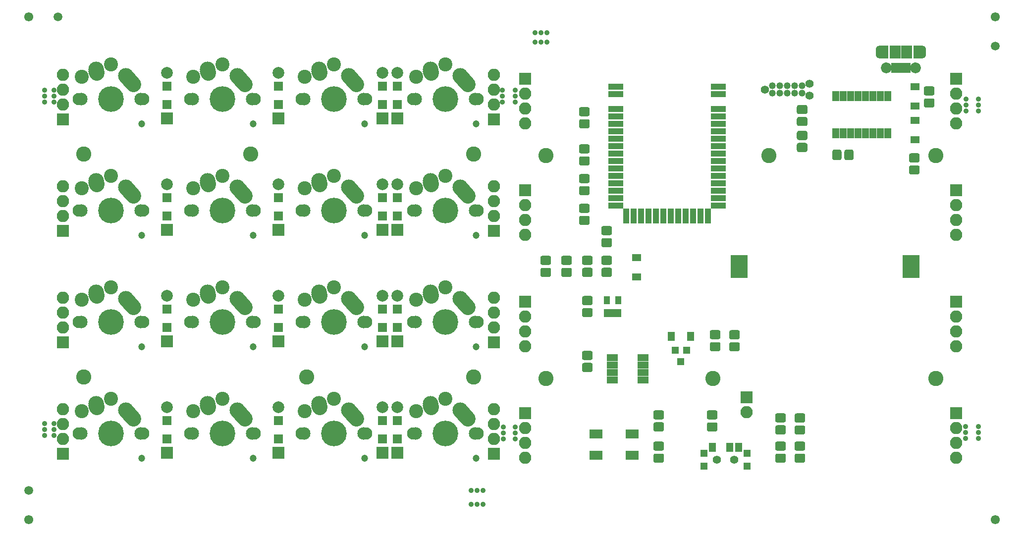
<source format=gbr>
G04 #@! TF.GenerationSoftware,KiCad,Pcbnew,(5.0.0)*
G04 #@! TF.CreationDate,2020-11-22T21:52:30-06:00*
G04 #@! TF.ProjectId,panel,70616E656C2E6B696361645F70636200,rev?*
G04 #@! TF.SameCoordinates,Original*
G04 #@! TF.FileFunction,Soldermask,Top*
G04 #@! TF.FilePolarity,Negative*
%FSLAX46Y46*%
G04 Gerber Fmt 4.6, Leading zero omitted, Abs format (unit mm)*
G04 Created by KiCad (PCBNEW (5.0.0)) date 11/22/20 21:52:30*
%MOMM*%
%LPD*%
G01*
G04 APERTURE LIST*
%ADD10C,0.908000*%
%ADD11C,1.552000*%
%ADD12C,1.500000*%
%ADD13C,1.200000*%
%ADD14C,2.100000*%
%ADD15C,2.400000*%
%ADD16C,2.150000*%
%ADD17C,2.650000*%
%ADD18C,4.387800*%
%ADD19C,2.650000*%
%ADD20C,2.000000*%
%ADD21R,2.000000X2.000000*%
%ADD22R,1.600000X1.600000*%
%ADD23R,2.100000X2.100000*%
%ADD24O,2.100000X2.100000*%
%ADD25C,2.600000*%
%ADD26C,0.100000*%
%ADD27C,1.550000*%
%ADD28R,1.200000X1.300000*%
%ADD29C,1.400000*%
%ADD30R,1.300000X1.650000*%
%ADD31R,1.300000X1.300000*%
%ADD32R,2.200000X1.500000*%
%ADD33R,1.120000X2.600000*%
%ADD34R,2.600000X1.120000*%
%ADD35R,1.600000X1.300000*%
%ADD36R,1.200000X1.700000*%
%ADD37R,1.900000X2.300000*%
%ADD38C,1.850000*%
%ADD39R,0.800000X1.750000*%
%ADD40O,1.600000X2.300000*%
%ADD41R,1.600000X2.300000*%
%ADD42R,1.300000X1.600000*%
%ADD43R,1.850000X1.200000*%
%ADD44R,1.050000X1.460000*%
%ADD45C,1.390600*%
%ADD46C,1.187400*%
%ADD47R,2.940000X3.910000*%
G04 APERTURE END LIST*
D10*
G04 #@! TO.C,REF\002A\002A*
X114100000Y-115800004D03*
X115116000Y-115800004D03*
X113084000Y-115800004D03*
G04 #@! TD*
G04 #@! TO.C,REF\002A\002A*
X115132000Y-113400000D03*
X113100000Y-113400000D03*
X114116000Y-113400000D03*
G04 #@! TD*
G04 #@! TO.C,REF\002A\002A*
X123984000Y-36800000D03*
X126016000Y-36800000D03*
X125000000Y-36800000D03*
G04 #@! TD*
G04 #@! TO.C,REF\002A\002A*
X125000000Y-35200000D03*
X123984000Y-35200000D03*
X126016000Y-35200000D03*
G04 #@! TD*
G04 #@! TO.C,REF\002A\002A*
X120598000Y-103600000D03*
X120598000Y-102584000D03*
X120598000Y-104616000D03*
G04 #@! TD*
G04 #@! TO.C,REF\002A\002A*
X118566000Y-102584000D03*
X118566000Y-104616000D03*
X118566000Y-103600000D03*
G04 #@! TD*
G04 #@! TO.C,REF\002A\002A*
X120598000Y-47018000D03*
X120598000Y-44986000D03*
X120598000Y-46002000D03*
G04 #@! TD*
G04 #@! TO.C,REF\002A\002A*
X118439000Y-46000000D03*
X118439000Y-47016000D03*
X118439000Y-44984000D03*
G04 #@! TD*
G04 #@! TO.C,REF\002A\002A*
X197633000Y-47500000D03*
X197633000Y-48516000D03*
X197633000Y-46484000D03*
G04 #@! TD*
G04 #@! TO.C,REF\002A\002A*
X197560000Y-102484000D03*
X197560000Y-104516000D03*
X197560000Y-103500000D03*
G04 #@! TD*
G04 #@! TO.C,REF\002A\002A*
X41800000Y-104016000D03*
X41800000Y-101984000D03*
X41800000Y-103000000D03*
G04 #@! TD*
G04 #@! TO.C,REF\002A\002A*
X41800000Y-46000000D03*
X41800000Y-44984000D03*
X41800000Y-47016000D03*
G04 #@! TD*
G04 #@! TO.C,REF\002A\002A*
X199800000Y-103500000D03*
X199800000Y-102484000D03*
X199800000Y-104516000D03*
G04 #@! TD*
G04 #@! TO.C,REF\002A\002A*
X199800000Y-48516000D03*
X199800000Y-46484000D03*
X199800000Y-47500000D03*
G04 #@! TD*
G04 #@! TO.C,REF\002A\002A*
X40200000Y-103000000D03*
X40200000Y-104016000D03*
X40200000Y-101984000D03*
G04 #@! TD*
D11*
G04 #@! TO.C,Ref\002A\002A*
X202640000Y-32500000D03*
G04 #@! TD*
G04 #@! TO.C,Ref\002A\002A*
X202640000Y-118400000D03*
G04 #@! TD*
G04 #@! TO.C,Ref\002A\002A*
X37500000Y-118400000D03*
G04 #@! TD*
D12*
G04 #@! TO.C,REF\002A\002A*
X202640000Y-37500000D03*
G04 #@! TD*
G04 #@! TO.C,REF\002A\002A*
X37500000Y-113400000D03*
G04 #@! TD*
G04 #@! TO.C,REF\002A\002A*
X42500000Y-32500000D03*
G04 #@! TD*
D11*
G04 #@! TO.C,Ref\002A\002A*
X37500000Y-32500000D03*
G04 #@! TD*
D10*
G04 #@! TO.C,REF\002A\002A*
X40200000Y-44984000D03*
X40200000Y-47016000D03*
X40200000Y-46000000D03*
G04 #@! TD*
D13*
G04 #@! TO.C,S16*
X113895000Y-50725000D03*
D14*
X103175000Y-46525000D03*
X114175000Y-46525000D03*
D15*
X108675000Y-40625000D03*
X103675000Y-42725000D03*
D16*
X103595000Y-46525000D03*
X113755000Y-46525000D03*
D17*
X111175000Y-42525000D03*
D18*
X108675000Y-46525000D03*
D17*
X111830005Y-43254996D03*
D19*
X112485000Y-43985000D02*
X111175010Y-42524992D01*
D17*
X106135000Y-41445000D03*
X106155229Y-41734984D03*
D19*
X106175000Y-42025000D02*
X106135458Y-41444968D01*
G04 #@! TD*
D20*
G04 #@! TO.C,D16*
X100420000Y-41990000D03*
D21*
X100420000Y-49790000D03*
D22*
X100420000Y-44315000D03*
X100420000Y-47465000D03*
G04 #@! TD*
D17*
G04 #@! TO.C,S7*
X87105229Y-79834984D03*
D19*
X87125000Y-80125000D02*
X87085458Y-79544968D01*
D17*
X87085000Y-79545000D03*
X92780005Y-81354996D03*
D19*
X93435000Y-82085000D02*
X92125010Y-80624992D01*
D18*
X89625000Y-84625000D03*
D17*
X92125000Y-80625000D03*
D16*
X94705000Y-84625000D03*
X84545000Y-84625000D03*
D15*
X84625000Y-80825000D03*
X89625000Y-78725000D03*
D14*
X95125000Y-84625000D03*
X84125000Y-84625000D03*
D13*
X94845000Y-88825000D03*
G04 #@! TD*
D20*
G04 #@! TO.C,D2*
X80100000Y-99140000D03*
D21*
X80100000Y-106940000D03*
D22*
X80100000Y-101465000D03*
X80100000Y-104615000D03*
G04 #@! TD*
D23*
G04 #@! TO.C,J1*
X43270000Y-107167500D03*
D24*
X43270000Y-104627500D03*
X43270000Y-102087500D03*
X43270000Y-99547500D03*
G04 #@! TD*
G04 #@! TO.C,J2*
X43270000Y-80497500D03*
X43270000Y-83037500D03*
X43270000Y-85577500D03*
D23*
X43270000Y-88117500D03*
G04 #@! TD*
G04 #@! TO.C,J3*
X43270000Y-69067500D03*
D24*
X43270000Y-66527500D03*
X43270000Y-63987500D03*
X43270000Y-61447500D03*
G04 #@! TD*
G04 #@! TO.C,J4*
X43270000Y-42397500D03*
X43270000Y-44937500D03*
X43270000Y-47477500D03*
D23*
X43270000Y-50017500D03*
G04 #@! TD*
G04 #@! TO.C,J5*
X116930000Y-107167500D03*
D24*
X116930000Y-104627500D03*
X116930000Y-102087500D03*
X116930000Y-99547500D03*
G04 #@! TD*
G04 #@! TO.C,J6*
X116930000Y-80497500D03*
X116930000Y-83037500D03*
X116930000Y-85577500D03*
D23*
X116930000Y-88117500D03*
G04 #@! TD*
G04 #@! TO.C,J7*
X116930000Y-69067500D03*
D24*
X116930000Y-66527500D03*
X116930000Y-63987500D03*
X116930000Y-61447500D03*
G04 #@! TD*
G04 #@! TO.C,J8*
X116930000Y-42397500D03*
X116930000Y-44937500D03*
X116930000Y-47477500D03*
D23*
X116930000Y-50017500D03*
G04 #@! TD*
D25*
G04 #@! TO.C,J11*
X46826000Y-55923000D03*
G04 #@! TD*
G04 #@! TO.C,J12*
X113501000Y-94023000D03*
G04 #@! TD*
G04 #@! TO.C,J13*
X113501000Y-55923000D03*
G04 #@! TD*
G04 #@! TO.C,J14*
X75401000Y-55923000D03*
G04 #@! TD*
G04 #@! TO.C,J15*
X84926000Y-94023000D03*
G04 #@! TD*
G04 #@! TO.C,J16*
X46826000Y-94023000D03*
G04 #@! TD*
D20*
G04 #@! TO.C,D1*
X61050000Y-99140000D03*
D21*
X61050000Y-106940000D03*
D22*
X61050000Y-101465000D03*
X61050000Y-104615000D03*
G04 #@! TD*
G04 #@! TO.C,D3*
X97880000Y-104615000D03*
X97880000Y-101465000D03*
D21*
X97880000Y-106940000D03*
D20*
X97880000Y-99140000D03*
G04 #@! TD*
D22*
G04 #@! TO.C,D4*
X100420000Y-104615000D03*
X100420000Y-101465000D03*
D21*
X100420000Y-106940000D03*
D20*
X100420000Y-99140000D03*
G04 #@! TD*
G04 #@! TO.C,D5*
X61050000Y-80090000D03*
D21*
X61050000Y-87890000D03*
D22*
X61050000Y-82415000D03*
X61050000Y-85565000D03*
G04 #@! TD*
G04 #@! TO.C,D6*
X80100000Y-85565000D03*
X80100000Y-82415000D03*
D21*
X80100000Y-87890000D03*
D20*
X80100000Y-80090000D03*
G04 #@! TD*
G04 #@! TO.C,D7*
X97880000Y-80090000D03*
D21*
X97880000Y-87890000D03*
D22*
X97880000Y-82415000D03*
X97880000Y-85565000D03*
G04 #@! TD*
G04 #@! TO.C,D8*
X100420000Y-85565000D03*
X100420000Y-82415000D03*
D21*
X100420000Y-87890000D03*
D20*
X100420000Y-80090000D03*
G04 #@! TD*
D22*
G04 #@! TO.C,D9*
X61050000Y-66515000D03*
X61050000Y-63365000D03*
D21*
X61050000Y-68840000D03*
D20*
X61050000Y-61040000D03*
G04 #@! TD*
G04 #@! TO.C,D10*
X80100000Y-61040000D03*
D21*
X80100000Y-68840000D03*
D22*
X80100000Y-63365000D03*
X80100000Y-66515000D03*
G04 #@! TD*
G04 #@! TO.C,D11*
X97880000Y-66515000D03*
X97880000Y-63365000D03*
D21*
X97880000Y-68840000D03*
D20*
X97880000Y-61040000D03*
G04 #@! TD*
G04 #@! TO.C,D12*
X100420000Y-61040000D03*
D21*
X100420000Y-68840000D03*
D22*
X100420000Y-63365000D03*
X100420000Y-66515000D03*
G04 #@! TD*
D20*
G04 #@! TO.C,D13*
X61050000Y-41990000D03*
D21*
X61050000Y-49790000D03*
D22*
X61050000Y-44315000D03*
X61050000Y-47465000D03*
G04 #@! TD*
G04 #@! TO.C,D14*
X80100000Y-47465000D03*
X80100000Y-44315000D03*
D21*
X80100000Y-49790000D03*
D20*
X80100000Y-41990000D03*
G04 #@! TD*
D22*
G04 #@! TO.C,D15*
X97880000Y-47465000D03*
X97880000Y-44315000D03*
D21*
X97880000Y-49790000D03*
D20*
X97880000Y-41990000D03*
G04 #@! TD*
D17*
G04 #@! TO.C,S1*
X49005229Y-98884984D03*
D19*
X49025000Y-99175000D02*
X48985458Y-98594968D01*
D17*
X48985000Y-98595000D03*
X54680005Y-100404996D03*
D19*
X55335000Y-101135000D02*
X54025010Y-99674992D01*
D18*
X51525000Y-103675000D03*
D17*
X54025000Y-99675000D03*
D16*
X56605000Y-103675000D03*
X46445000Y-103675000D03*
D15*
X46525000Y-99875000D03*
X51525000Y-97775000D03*
D14*
X57025000Y-103675000D03*
X46025000Y-103675000D03*
D13*
X56745000Y-107875000D03*
G04 #@! TD*
G04 #@! TO.C,S2*
X75795000Y-107875000D03*
D14*
X65075000Y-103675000D03*
X76075000Y-103675000D03*
D15*
X70575000Y-97775000D03*
X65575000Y-99875000D03*
D16*
X65495000Y-103675000D03*
X75655000Y-103675000D03*
D17*
X73075000Y-99675000D03*
D18*
X70575000Y-103675000D03*
D17*
X73730005Y-100404996D03*
D19*
X74385000Y-101135000D02*
X73075010Y-99674992D01*
D17*
X68035000Y-98595000D03*
X68055229Y-98884984D03*
D19*
X68075000Y-99175000D02*
X68035458Y-98594968D01*
G04 #@! TD*
D17*
G04 #@! TO.C,S3*
X87105229Y-98884984D03*
D19*
X87125000Y-99175000D02*
X87085458Y-98594968D01*
D17*
X87085000Y-98595000D03*
X92780005Y-100404996D03*
D19*
X93435000Y-101135000D02*
X92125010Y-99674992D01*
D18*
X89625000Y-103675000D03*
D17*
X92125000Y-99675000D03*
D16*
X94705000Y-103675000D03*
X84545000Y-103675000D03*
D15*
X84625000Y-99875000D03*
X89625000Y-97775000D03*
D14*
X95125000Y-103675000D03*
X84125000Y-103675000D03*
D13*
X94845000Y-107875000D03*
G04 #@! TD*
G04 #@! TO.C,S4*
X113895000Y-107875000D03*
D14*
X103175000Y-103675000D03*
X114175000Y-103675000D03*
D15*
X108675000Y-97775000D03*
X103675000Y-99875000D03*
D16*
X103595000Y-103675000D03*
X113755000Y-103675000D03*
D17*
X111175000Y-99675000D03*
D18*
X108675000Y-103675000D03*
D17*
X111830005Y-100404996D03*
D19*
X112485000Y-101135000D02*
X111175010Y-99674992D01*
D17*
X106135000Y-98595000D03*
X106155229Y-98884984D03*
D19*
X106175000Y-99175000D02*
X106135458Y-98594968D01*
G04 #@! TD*
D13*
G04 #@! TO.C,S5*
X56745000Y-88825000D03*
D14*
X46025000Y-84625000D03*
X57025000Y-84625000D03*
D15*
X51525000Y-78725000D03*
X46525000Y-80825000D03*
D16*
X46445000Y-84625000D03*
X56605000Y-84625000D03*
D17*
X54025000Y-80625000D03*
D18*
X51525000Y-84625000D03*
D17*
X54680005Y-81354996D03*
D19*
X55335000Y-82085000D02*
X54025010Y-80624992D01*
D17*
X48985000Y-79545000D03*
X49005229Y-79834984D03*
D19*
X49025000Y-80125000D02*
X48985458Y-79544968D01*
G04 #@! TD*
D17*
G04 #@! TO.C,S6*
X68055229Y-79834984D03*
D19*
X68075000Y-80125000D02*
X68035458Y-79544968D01*
D17*
X68035000Y-79545000D03*
X73730005Y-81354996D03*
D19*
X74385000Y-82085000D02*
X73075010Y-80624992D01*
D18*
X70575000Y-84625000D03*
D17*
X73075000Y-80625000D03*
D16*
X75655000Y-84625000D03*
X65495000Y-84625000D03*
D15*
X65575000Y-80825000D03*
X70575000Y-78725000D03*
D14*
X76075000Y-84625000D03*
X65075000Y-84625000D03*
D13*
X75795000Y-88825000D03*
G04 #@! TD*
G04 #@! TO.C,S8*
X113895000Y-88825000D03*
D14*
X103175000Y-84625000D03*
X114175000Y-84625000D03*
D15*
X108675000Y-78725000D03*
X103675000Y-80825000D03*
D16*
X103595000Y-84625000D03*
X113755000Y-84625000D03*
D17*
X111175000Y-80625000D03*
D18*
X108675000Y-84625000D03*
D17*
X111830005Y-81354996D03*
D19*
X112485000Y-82085000D02*
X111175010Y-80624992D01*
D17*
X106135000Y-79545000D03*
X106155229Y-79834984D03*
D19*
X106175000Y-80125000D02*
X106135458Y-79544968D01*
G04 #@! TD*
D13*
G04 #@! TO.C,S9*
X56745000Y-69775000D03*
D14*
X46025000Y-65575000D03*
X57025000Y-65575000D03*
D15*
X51525000Y-59675000D03*
X46525000Y-61775000D03*
D16*
X46445000Y-65575000D03*
X56605000Y-65575000D03*
D17*
X54025000Y-61575000D03*
D18*
X51525000Y-65575000D03*
D17*
X54680005Y-62304996D03*
D19*
X55335000Y-63035000D02*
X54025010Y-61574992D01*
D17*
X48985000Y-60495000D03*
X49005229Y-60784984D03*
D19*
X49025000Y-61075000D02*
X48985458Y-60494968D01*
G04 #@! TD*
D17*
G04 #@! TO.C,S10*
X68055229Y-60784984D03*
D19*
X68075000Y-61075000D02*
X68035458Y-60494968D01*
D17*
X68035000Y-60495000D03*
X73730005Y-62304996D03*
D19*
X74385000Y-63035000D02*
X73075010Y-61574992D01*
D18*
X70575000Y-65575000D03*
D17*
X73075000Y-61575000D03*
D16*
X75655000Y-65575000D03*
X65495000Y-65575000D03*
D15*
X65575000Y-61775000D03*
X70575000Y-59675000D03*
D14*
X76075000Y-65575000D03*
X65075000Y-65575000D03*
D13*
X75795000Y-69775000D03*
G04 #@! TD*
D17*
G04 #@! TO.C,S11*
X87105229Y-60784984D03*
D19*
X87125000Y-61075000D02*
X87085458Y-60494968D01*
D17*
X87085000Y-60495000D03*
X92780005Y-62304996D03*
D19*
X93435000Y-63035000D02*
X92125010Y-61574992D01*
D18*
X89625000Y-65575000D03*
D17*
X92125000Y-61575000D03*
D16*
X94705000Y-65575000D03*
X84545000Y-65575000D03*
D15*
X84625000Y-61775000D03*
X89625000Y-59675000D03*
D14*
X95125000Y-65575000D03*
X84125000Y-65575000D03*
D13*
X94845000Y-69775000D03*
G04 #@! TD*
D17*
G04 #@! TO.C,S12*
X106155229Y-60784984D03*
D19*
X106175000Y-61075000D02*
X106135458Y-60494968D01*
D17*
X106135000Y-60495000D03*
X111830005Y-62304996D03*
D19*
X112485000Y-63035000D02*
X111175010Y-61574992D01*
D18*
X108675000Y-65575000D03*
D17*
X111175000Y-61575000D03*
D16*
X113755000Y-65575000D03*
X103595000Y-65575000D03*
D15*
X103675000Y-61775000D03*
X108675000Y-59675000D03*
D14*
X114175000Y-65575000D03*
X103175000Y-65575000D03*
D13*
X113895000Y-69775000D03*
G04 #@! TD*
G04 #@! TO.C,S13*
X56745000Y-50725000D03*
D14*
X46025000Y-46525000D03*
X57025000Y-46525000D03*
D15*
X51525000Y-40625000D03*
X46525000Y-42725000D03*
D16*
X46445000Y-46525000D03*
X56605000Y-46525000D03*
D17*
X54025000Y-42525000D03*
D18*
X51525000Y-46525000D03*
D17*
X54680005Y-43254996D03*
D19*
X55335000Y-43985000D02*
X54025010Y-42524992D01*
D17*
X48985000Y-41445000D03*
X49005229Y-41734984D03*
D19*
X49025000Y-42025000D02*
X48985458Y-41444968D01*
G04 #@! TD*
D13*
G04 #@! TO.C,S14*
X75795000Y-50725000D03*
D14*
X65075000Y-46525000D03*
X76075000Y-46525000D03*
D15*
X70575000Y-40625000D03*
X65575000Y-42725000D03*
D16*
X65495000Y-46525000D03*
X75655000Y-46525000D03*
D17*
X73075000Y-42525000D03*
D18*
X70575000Y-46525000D03*
D17*
X73730005Y-43254996D03*
D19*
X74385000Y-43985000D02*
X73075010Y-42524992D01*
D17*
X68035000Y-41445000D03*
X68055229Y-41734984D03*
D19*
X68075000Y-42025000D02*
X68035458Y-41444968D01*
G04 #@! TD*
D17*
G04 #@! TO.C,S15*
X87105229Y-41734984D03*
D19*
X87125000Y-42025000D02*
X87085458Y-41444968D01*
D17*
X87085000Y-41445000D03*
X92780005Y-43254996D03*
D19*
X93435000Y-43985000D02*
X92125010Y-42524992D01*
D18*
X89625000Y-46525000D03*
D17*
X92125000Y-42525000D03*
D16*
X94705000Y-46525000D03*
X84545000Y-46525000D03*
D15*
X84625000Y-42725000D03*
X89625000Y-40625000D03*
D14*
X95125000Y-46525000D03*
X84125000Y-46525000D03*
D13*
X94845000Y-50725000D03*
G04 #@! TD*
D23*
G04 #@! TO.C,J1*
X122270000Y-43032500D03*
D24*
X122270000Y-45572500D03*
X122270000Y-48112500D03*
X122270000Y-50652500D03*
G04 #@! TD*
G04 #@! TO.C,J2*
X122270000Y-69702500D03*
X122270000Y-67162500D03*
X122270000Y-64622500D03*
D23*
X122270000Y-62082500D03*
G04 #@! TD*
G04 #@! TO.C,J3*
X122270000Y-81132500D03*
D24*
X122270000Y-83672500D03*
X122270000Y-86212500D03*
X122270000Y-88752500D03*
G04 #@! TD*
G04 #@! TO.C,J4*
X122270000Y-107802500D03*
X122270000Y-105262500D03*
X122270000Y-102722500D03*
D23*
X122270000Y-100182500D03*
G04 #@! TD*
G04 #@! TO.C,J5*
X195930000Y-43032500D03*
D24*
X195930000Y-45572500D03*
X195930000Y-48112500D03*
X195930000Y-50652500D03*
G04 #@! TD*
G04 #@! TO.C,J6*
X195930000Y-69702500D03*
X195930000Y-67162500D03*
X195930000Y-64622500D03*
D23*
X195930000Y-62082500D03*
G04 #@! TD*
G04 #@! TO.C,J7*
X195930000Y-81132500D03*
D24*
X195930000Y-83672500D03*
X195930000Y-86212500D03*
X195930000Y-88752500D03*
G04 #@! TD*
G04 #@! TO.C,J8*
X195930000Y-107802500D03*
X195930000Y-105262500D03*
X195930000Y-102722500D03*
D23*
X195930000Y-100182500D03*
G04 #@! TD*
D26*
G04 #@! TO.C,C1*
G36*
X133026071Y-54251623D02*
X133058781Y-54256475D01*
X133090857Y-54264509D01*
X133121991Y-54275649D01*
X133151884Y-54289787D01*
X133180247Y-54306787D01*
X133206807Y-54326485D01*
X133231308Y-54348692D01*
X133253515Y-54373193D01*
X133273213Y-54399753D01*
X133290213Y-54428116D01*
X133304351Y-54458009D01*
X133315491Y-54489143D01*
X133323525Y-54521219D01*
X133328377Y-54553929D01*
X133330000Y-54586956D01*
X133330000Y-55463044D01*
X133328377Y-55496071D01*
X133323525Y-55528781D01*
X133315491Y-55560857D01*
X133304351Y-55591991D01*
X133290213Y-55621884D01*
X133273213Y-55650247D01*
X133253515Y-55676807D01*
X133231308Y-55701308D01*
X133206807Y-55723515D01*
X133180247Y-55743213D01*
X133151884Y-55760213D01*
X133121991Y-55774351D01*
X133090857Y-55785491D01*
X133058781Y-55793525D01*
X133026071Y-55798377D01*
X132993044Y-55800000D01*
X131866956Y-55800000D01*
X131833929Y-55798377D01*
X131801219Y-55793525D01*
X131769143Y-55785491D01*
X131738009Y-55774351D01*
X131708116Y-55760213D01*
X131679753Y-55743213D01*
X131653193Y-55723515D01*
X131628692Y-55701308D01*
X131606485Y-55676807D01*
X131586787Y-55650247D01*
X131569787Y-55621884D01*
X131555649Y-55591991D01*
X131544509Y-55560857D01*
X131536475Y-55528781D01*
X131531623Y-55496071D01*
X131530000Y-55463044D01*
X131530000Y-54586956D01*
X131531623Y-54553929D01*
X131536475Y-54521219D01*
X131544509Y-54489143D01*
X131555649Y-54458009D01*
X131569787Y-54428116D01*
X131586787Y-54399753D01*
X131606485Y-54373193D01*
X131628692Y-54348692D01*
X131653193Y-54326485D01*
X131679753Y-54306787D01*
X131708116Y-54289787D01*
X131738009Y-54275649D01*
X131769143Y-54264509D01*
X131801219Y-54256475D01*
X131833929Y-54251623D01*
X131866956Y-54250000D01*
X132993044Y-54250000D01*
X133026071Y-54251623D01*
X133026071Y-54251623D01*
G37*
D27*
X132430000Y-55025000D03*
D26*
G36*
X133026071Y-56301623D02*
X133058781Y-56306475D01*
X133090857Y-56314509D01*
X133121991Y-56325649D01*
X133151884Y-56339787D01*
X133180247Y-56356787D01*
X133206807Y-56376485D01*
X133231308Y-56398692D01*
X133253515Y-56423193D01*
X133273213Y-56449753D01*
X133290213Y-56478116D01*
X133304351Y-56508009D01*
X133315491Y-56539143D01*
X133323525Y-56571219D01*
X133328377Y-56603929D01*
X133330000Y-56636956D01*
X133330000Y-57513044D01*
X133328377Y-57546071D01*
X133323525Y-57578781D01*
X133315491Y-57610857D01*
X133304351Y-57641991D01*
X133290213Y-57671884D01*
X133273213Y-57700247D01*
X133253515Y-57726807D01*
X133231308Y-57751308D01*
X133206807Y-57773515D01*
X133180247Y-57793213D01*
X133151884Y-57810213D01*
X133121991Y-57824351D01*
X133090857Y-57835491D01*
X133058781Y-57843525D01*
X133026071Y-57848377D01*
X132993044Y-57850000D01*
X131866956Y-57850000D01*
X131833929Y-57848377D01*
X131801219Y-57843525D01*
X131769143Y-57835491D01*
X131738009Y-57824351D01*
X131708116Y-57810213D01*
X131679753Y-57793213D01*
X131653193Y-57773515D01*
X131628692Y-57751308D01*
X131606485Y-57726807D01*
X131586787Y-57700247D01*
X131569787Y-57671884D01*
X131555649Y-57641991D01*
X131544509Y-57610857D01*
X131536475Y-57578781D01*
X131531623Y-57546071D01*
X131530000Y-57513044D01*
X131530000Y-56636956D01*
X131531623Y-56603929D01*
X131536475Y-56571219D01*
X131544509Y-56539143D01*
X131555649Y-56508009D01*
X131569787Y-56478116D01*
X131586787Y-56449753D01*
X131606485Y-56423193D01*
X131628692Y-56398692D01*
X131653193Y-56376485D01*
X131679753Y-56356787D01*
X131708116Y-56339787D01*
X131738009Y-56325649D01*
X131769143Y-56314509D01*
X131801219Y-56306475D01*
X131833929Y-56301623D01*
X131866956Y-56300000D01*
X132993044Y-56300000D01*
X133026071Y-56301623D01*
X133026071Y-56301623D01*
G37*
D27*
X132430000Y-57075000D03*
G04 #@! TD*
D26*
G04 #@! TO.C,C2*
G36*
X133026071Y-64411623D02*
X133058781Y-64416475D01*
X133090857Y-64424509D01*
X133121991Y-64435649D01*
X133151884Y-64449787D01*
X133180247Y-64466787D01*
X133206807Y-64486485D01*
X133231308Y-64508692D01*
X133253515Y-64533193D01*
X133273213Y-64559753D01*
X133290213Y-64588116D01*
X133304351Y-64618009D01*
X133315491Y-64649143D01*
X133323525Y-64681219D01*
X133328377Y-64713929D01*
X133330000Y-64746956D01*
X133330000Y-65623044D01*
X133328377Y-65656071D01*
X133323525Y-65688781D01*
X133315491Y-65720857D01*
X133304351Y-65751991D01*
X133290213Y-65781884D01*
X133273213Y-65810247D01*
X133253515Y-65836807D01*
X133231308Y-65861308D01*
X133206807Y-65883515D01*
X133180247Y-65903213D01*
X133151884Y-65920213D01*
X133121991Y-65934351D01*
X133090857Y-65945491D01*
X133058781Y-65953525D01*
X133026071Y-65958377D01*
X132993044Y-65960000D01*
X131866956Y-65960000D01*
X131833929Y-65958377D01*
X131801219Y-65953525D01*
X131769143Y-65945491D01*
X131738009Y-65934351D01*
X131708116Y-65920213D01*
X131679753Y-65903213D01*
X131653193Y-65883515D01*
X131628692Y-65861308D01*
X131606485Y-65836807D01*
X131586787Y-65810247D01*
X131569787Y-65781884D01*
X131555649Y-65751991D01*
X131544509Y-65720857D01*
X131536475Y-65688781D01*
X131531623Y-65656071D01*
X131530000Y-65623044D01*
X131530000Y-64746956D01*
X131531623Y-64713929D01*
X131536475Y-64681219D01*
X131544509Y-64649143D01*
X131555649Y-64618009D01*
X131569787Y-64588116D01*
X131586787Y-64559753D01*
X131606485Y-64533193D01*
X131628692Y-64508692D01*
X131653193Y-64486485D01*
X131679753Y-64466787D01*
X131708116Y-64449787D01*
X131738009Y-64435649D01*
X131769143Y-64424509D01*
X131801219Y-64416475D01*
X131833929Y-64411623D01*
X131866956Y-64410000D01*
X132993044Y-64410000D01*
X133026071Y-64411623D01*
X133026071Y-64411623D01*
G37*
D27*
X132430000Y-65185000D03*
D26*
G36*
X133026071Y-66461623D02*
X133058781Y-66466475D01*
X133090857Y-66474509D01*
X133121991Y-66485649D01*
X133151884Y-66499787D01*
X133180247Y-66516787D01*
X133206807Y-66536485D01*
X133231308Y-66558692D01*
X133253515Y-66583193D01*
X133273213Y-66609753D01*
X133290213Y-66638116D01*
X133304351Y-66668009D01*
X133315491Y-66699143D01*
X133323525Y-66731219D01*
X133328377Y-66763929D01*
X133330000Y-66796956D01*
X133330000Y-67673044D01*
X133328377Y-67706071D01*
X133323525Y-67738781D01*
X133315491Y-67770857D01*
X133304351Y-67801991D01*
X133290213Y-67831884D01*
X133273213Y-67860247D01*
X133253515Y-67886807D01*
X133231308Y-67911308D01*
X133206807Y-67933515D01*
X133180247Y-67953213D01*
X133151884Y-67970213D01*
X133121991Y-67984351D01*
X133090857Y-67995491D01*
X133058781Y-68003525D01*
X133026071Y-68008377D01*
X132993044Y-68010000D01*
X131866956Y-68010000D01*
X131833929Y-68008377D01*
X131801219Y-68003525D01*
X131769143Y-67995491D01*
X131738009Y-67984351D01*
X131708116Y-67970213D01*
X131679753Y-67953213D01*
X131653193Y-67933515D01*
X131628692Y-67911308D01*
X131606485Y-67886807D01*
X131586787Y-67860247D01*
X131569787Y-67831884D01*
X131555649Y-67801991D01*
X131544509Y-67770857D01*
X131536475Y-67738781D01*
X131531623Y-67706071D01*
X131530000Y-67673044D01*
X131530000Y-66796956D01*
X131531623Y-66763929D01*
X131536475Y-66731219D01*
X131544509Y-66699143D01*
X131555649Y-66668009D01*
X131569787Y-66638116D01*
X131586787Y-66609753D01*
X131606485Y-66583193D01*
X131628692Y-66558692D01*
X131653193Y-66536485D01*
X131679753Y-66516787D01*
X131708116Y-66499787D01*
X131738009Y-66485649D01*
X131769143Y-66474509D01*
X131801219Y-66466475D01*
X131833929Y-66461623D01*
X131866956Y-66460000D01*
X132993044Y-66460000D01*
X133026071Y-66461623D01*
X133026071Y-66461623D01*
G37*
D27*
X132430000Y-67235000D03*
G04 #@! TD*
D26*
G04 #@! TO.C,C3*
G36*
X136836071Y-70271623D02*
X136868781Y-70276475D01*
X136900857Y-70284509D01*
X136931991Y-70295649D01*
X136961884Y-70309787D01*
X136990247Y-70326787D01*
X137016807Y-70346485D01*
X137041308Y-70368692D01*
X137063515Y-70393193D01*
X137083213Y-70419753D01*
X137100213Y-70448116D01*
X137114351Y-70478009D01*
X137125491Y-70509143D01*
X137133525Y-70541219D01*
X137138377Y-70573929D01*
X137140000Y-70606956D01*
X137140000Y-71483044D01*
X137138377Y-71516071D01*
X137133525Y-71548781D01*
X137125491Y-71580857D01*
X137114351Y-71611991D01*
X137100213Y-71641884D01*
X137083213Y-71670247D01*
X137063515Y-71696807D01*
X137041308Y-71721308D01*
X137016807Y-71743515D01*
X136990247Y-71763213D01*
X136961884Y-71780213D01*
X136931991Y-71794351D01*
X136900857Y-71805491D01*
X136868781Y-71813525D01*
X136836071Y-71818377D01*
X136803044Y-71820000D01*
X135676956Y-71820000D01*
X135643929Y-71818377D01*
X135611219Y-71813525D01*
X135579143Y-71805491D01*
X135548009Y-71794351D01*
X135518116Y-71780213D01*
X135489753Y-71763213D01*
X135463193Y-71743515D01*
X135438692Y-71721308D01*
X135416485Y-71696807D01*
X135396787Y-71670247D01*
X135379787Y-71641884D01*
X135365649Y-71611991D01*
X135354509Y-71580857D01*
X135346475Y-71548781D01*
X135341623Y-71516071D01*
X135340000Y-71483044D01*
X135340000Y-70606956D01*
X135341623Y-70573929D01*
X135346475Y-70541219D01*
X135354509Y-70509143D01*
X135365649Y-70478009D01*
X135379787Y-70448116D01*
X135396787Y-70419753D01*
X135416485Y-70393193D01*
X135438692Y-70368692D01*
X135463193Y-70346485D01*
X135489753Y-70326787D01*
X135518116Y-70309787D01*
X135548009Y-70295649D01*
X135579143Y-70284509D01*
X135611219Y-70276475D01*
X135643929Y-70271623D01*
X135676956Y-70270000D01*
X136803044Y-70270000D01*
X136836071Y-70271623D01*
X136836071Y-70271623D01*
G37*
D27*
X136240000Y-71045000D03*
D26*
G36*
X136836071Y-68221623D02*
X136868781Y-68226475D01*
X136900857Y-68234509D01*
X136931991Y-68245649D01*
X136961884Y-68259787D01*
X136990247Y-68276787D01*
X137016807Y-68296485D01*
X137041308Y-68318692D01*
X137063515Y-68343193D01*
X137083213Y-68369753D01*
X137100213Y-68398116D01*
X137114351Y-68428009D01*
X137125491Y-68459143D01*
X137133525Y-68491219D01*
X137138377Y-68523929D01*
X137140000Y-68556956D01*
X137140000Y-69433044D01*
X137138377Y-69466071D01*
X137133525Y-69498781D01*
X137125491Y-69530857D01*
X137114351Y-69561991D01*
X137100213Y-69591884D01*
X137083213Y-69620247D01*
X137063515Y-69646807D01*
X137041308Y-69671308D01*
X137016807Y-69693515D01*
X136990247Y-69713213D01*
X136961884Y-69730213D01*
X136931991Y-69744351D01*
X136900857Y-69755491D01*
X136868781Y-69763525D01*
X136836071Y-69768377D01*
X136803044Y-69770000D01*
X135676956Y-69770000D01*
X135643929Y-69768377D01*
X135611219Y-69763525D01*
X135579143Y-69755491D01*
X135548009Y-69744351D01*
X135518116Y-69730213D01*
X135489753Y-69713213D01*
X135463193Y-69693515D01*
X135438692Y-69671308D01*
X135416485Y-69646807D01*
X135396787Y-69620247D01*
X135379787Y-69591884D01*
X135365649Y-69561991D01*
X135354509Y-69530857D01*
X135346475Y-69498781D01*
X135341623Y-69466071D01*
X135340000Y-69433044D01*
X135340000Y-68556956D01*
X135341623Y-68523929D01*
X135346475Y-68491219D01*
X135354509Y-68459143D01*
X135365649Y-68428009D01*
X135379787Y-68398116D01*
X135396787Y-68369753D01*
X135416485Y-68343193D01*
X135438692Y-68318692D01*
X135463193Y-68296485D01*
X135489753Y-68276787D01*
X135518116Y-68259787D01*
X135548009Y-68245649D01*
X135579143Y-68234509D01*
X135611219Y-68226475D01*
X135643929Y-68221623D01*
X135676956Y-68220000D01*
X136803044Y-68220000D01*
X136836071Y-68221623D01*
X136836071Y-68221623D01*
G37*
D27*
X136240000Y-68995000D03*
G04 #@! TD*
D26*
G04 #@! TO.C,C4*
G36*
X133026071Y-47901623D02*
X133058781Y-47906475D01*
X133090857Y-47914509D01*
X133121991Y-47925649D01*
X133151884Y-47939787D01*
X133180247Y-47956787D01*
X133206807Y-47976485D01*
X133231308Y-47998692D01*
X133253515Y-48023193D01*
X133273213Y-48049753D01*
X133290213Y-48078116D01*
X133304351Y-48108009D01*
X133315491Y-48139143D01*
X133323525Y-48171219D01*
X133328377Y-48203929D01*
X133330000Y-48236956D01*
X133330000Y-49113044D01*
X133328377Y-49146071D01*
X133323525Y-49178781D01*
X133315491Y-49210857D01*
X133304351Y-49241991D01*
X133290213Y-49271884D01*
X133273213Y-49300247D01*
X133253515Y-49326807D01*
X133231308Y-49351308D01*
X133206807Y-49373515D01*
X133180247Y-49393213D01*
X133151884Y-49410213D01*
X133121991Y-49424351D01*
X133090857Y-49435491D01*
X133058781Y-49443525D01*
X133026071Y-49448377D01*
X132993044Y-49450000D01*
X131866956Y-49450000D01*
X131833929Y-49448377D01*
X131801219Y-49443525D01*
X131769143Y-49435491D01*
X131738009Y-49424351D01*
X131708116Y-49410213D01*
X131679753Y-49393213D01*
X131653193Y-49373515D01*
X131628692Y-49351308D01*
X131606485Y-49326807D01*
X131586787Y-49300247D01*
X131569787Y-49271884D01*
X131555649Y-49241991D01*
X131544509Y-49210857D01*
X131536475Y-49178781D01*
X131531623Y-49146071D01*
X131530000Y-49113044D01*
X131530000Y-48236956D01*
X131531623Y-48203929D01*
X131536475Y-48171219D01*
X131544509Y-48139143D01*
X131555649Y-48108009D01*
X131569787Y-48078116D01*
X131586787Y-48049753D01*
X131606485Y-48023193D01*
X131628692Y-47998692D01*
X131653193Y-47976485D01*
X131679753Y-47956787D01*
X131708116Y-47939787D01*
X131738009Y-47925649D01*
X131769143Y-47914509D01*
X131801219Y-47906475D01*
X131833929Y-47901623D01*
X131866956Y-47900000D01*
X132993044Y-47900000D01*
X133026071Y-47901623D01*
X133026071Y-47901623D01*
G37*
D27*
X132430000Y-48675000D03*
D26*
G36*
X133026071Y-49951623D02*
X133058781Y-49956475D01*
X133090857Y-49964509D01*
X133121991Y-49975649D01*
X133151884Y-49989787D01*
X133180247Y-50006787D01*
X133206807Y-50026485D01*
X133231308Y-50048692D01*
X133253515Y-50073193D01*
X133273213Y-50099753D01*
X133290213Y-50128116D01*
X133304351Y-50158009D01*
X133315491Y-50189143D01*
X133323525Y-50221219D01*
X133328377Y-50253929D01*
X133330000Y-50286956D01*
X133330000Y-51163044D01*
X133328377Y-51196071D01*
X133323525Y-51228781D01*
X133315491Y-51260857D01*
X133304351Y-51291991D01*
X133290213Y-51321884D01*
X133273213Y-51350247D01*
X133253515Y-51376807D01*
X133231308Y-51401308D01*
X133206807Y-51423515D01*
X133180247Y-51443213D01*
X133151884Y-51460213D01*
X133121991Y-51474351D01*
X133090857Y-51485491D01*
X133058781Y-51493525D01*
X133026071Y-51498377D01*
X132993044Y-51500000D01*
X131866956Y-51500000D01*
X131833929Y-51498377D01*
X131801219Y-51493525D01*
X131769143Y-51485491D01*
X131738009Y-51474351D01*
X131708116Y-51460213D01*
X131679753Y-51443213D01*
X131653193Y-51423515D01*
X131628692Y-51401308D01*
X131606485Y-51376807D01*
X131586787Y-51350247D01*
X131569787Y-51321884D01*
X131555649Y-51291991D01*
X131544509Y-51260857D01*
X131536475Y-51228781D01*
X131531623Y-51196071D01*
X131530000Y-51163044D01*
X131530000Y-50286956D01*
X131531623Y-50253929D01*
X131536475Y-50221219D01*
X131544509Y-50189143D01*
X131555649Y-50158009D01*
X131569787Y-50128116D01*
X131586787Y-50099753D01*
X131606485Y-50073193D01*
X131628692Y-50048692D01*
X131653193Y-50026485D01*
X131679753Y-50006787D01*
X131708116Y-49989787D01*
X131738009Y-49975649D01*
X131769143Y-49964509D01*
X131801219Y-49956475D01*
X131833929Y-49951623D01*
X131866956Y-49950000D01*
X132993044Y-49950000D01*
X133026071Y-49951623D01*
X133026071Y-49951623D01*
G37*
D27*
X132430000Y-50725000D03*
G04 #@! TD*
D26*
G04 #@! TO.C,L1*
G36*
X133026071Y-59331623D02*
X133058781Y-59336475D01*
X133090857Y-59344509D01*
X133121991Y-59355649D01*
X133151884Y-59369787D01*
X133180247Y-59386787D01*
X133206807Y-59406485D01*
X133231308Y-59428692D01*
X133253515Y-59453193D01*
X133273213Y-59479753D01*
X133290213Y-59508116D01*
X133304351Y-59538009D01*
X133315491Y-59569143D01*
X133323525Y-59601219D01*
X133328377Y-59633929D01*
X133330000Y-59666956D01*
X133330000Y-60543044D01*
X133328377Y-60576071D01*
X133323525Y-60608781D01*
X133315491Y-60640857D01*
X133304351Y-60671991D01*
X133290213Y-60701884D01*
X133273213Y-60730247D01*
X133253515Y-60756807D01*
X133231308Y-60781308D01*
X133206807Y-60803515D01*
X133180247Y-60823213D01*
X133151884Y-60840213D01*
X133121991Y-60854351D01*
X133090857Y-60865491D01*
X133058781Y-60873525D01*
X133026071Y-60878377D01*
X132993044Y-60880000D01*
X131866956Y-60880000D01*
X131833929Y-60878377D01*
X131801219Y-60873525D01*
X131769143Y-60865491D01*
X131738009Y-60854351D01*
X131708116Y-60840213D01*
X131679753Y-60823213D01*
X131653193Y-60803515D01*
X131628692Y-60781308D01*
X131606485Y-60756807D01*
X131586787Y-60730247D01*
X131569787Y-60701884D01*
X131555649Y-60671991D01*
X131544509Y-60640857D01*
X131536475Y-60608781D01*
X131531623Y-60576071D01*
X131530000Y-60543044D01*
X131530000Y-59666956D01*
X131531623Y-59633929D01*
X131536475Y-59601219D01*
X131544509Y-59569143D01*
X131555649Y-59538009D01*
X131569787Y-59508116D01*
X131586787Y-59479753D01*
X131606485Y-59453193D01*
X131628692Y-59428692D01*
X131653193Y-59406485D01*
X131679753Y-59386787D01*
X131708116Y-59369787D01*
X131738009Y-59355649D01*
X131769143Y-59344509D01*
X131801219Y-59336475D01*
X131833929Y-59331623D01*
X131866956Y-59330000D01*
X132993044Y-59330000D01*
X133026071Y-59331623D01*
X133026071Y-59331623D01*
G37*
D27*
X132430000Y-60105000D03*
D26*
G36*
X133026071Y-61381623D02*
X133058781Y-61386475D01*
X133090857Y-61394509D01*
X133121991Y-61405649D01*
X133151884Y-61419787D01*
X133180247Y-61436787D01*
X133206807Y-61456485D01*
X133231308Y-61478692D01*
X133253515Y-61503193D01*
X133273213Y-61529753D01*
X133290213Y-61558116D01*
X133304351Y-61588009D01*
X133315491Y-61619143D01*
X133323525Y-61651219D01*
X133328377Y-61683929D01*
X133330000Y-61716956D01*
X133330000Y-62593044D01*
X133328377Y-62626071D01*
X133323525Y-62658781D01*
X133315491Y-62690857D01*
X133304351Y-62721991D01*
X133290213Y-62751884D01*
X133273213Y-62780247D01*
X133253515Y-62806807D01*
X133231308Y-62831308D01*
X133206807Y-62853515D01*
X133180247Y-62873213D01*
X133151884Y-62890213D01*
X133121991Y-62904351D01*
X133090857Y-62915491D01*
X133058781Y-62923525D01*
X133026071Y-62928377D01*
X132993044Y-62930000D01*
X131866956Y-62930000D01*
X131833929Y-62928377D01*
X131801219Y-62923525D01*
X131769143Y-62915491D01*
X131738009Y-62904351D01*
X131708116Y-62890213D01*
X131679753Y-62873213D01*
X131653193Y-62853515D01*
X131628692Y-62831308D01*
X131606485Y-62806807D01*
X131586787Y-62780247D01*
X131569787Y-62751884D01*
X131555649Y-62721991D01*
X131544509Y-62690857D01*
X131536475Y-62658781D01*
X131531623Y-62626071D01*
X131530000Y-62593044D01*
X131530000Y-61716956D01*
X131531623Y-61683929D01*
X131536475Y-61651219D01*
X131544509Y-61619143D01*
X131555649Y-61588009D01*
X131569787Y-61558116D01*
X131586787Y-61529753D01*
X131606485Y-61503193D01*
X131628692Y-61478692D01*
X131653193Y-61456485D01*
X131679753Y-61436787D01*
X131708116Y-61419787D01*
X131738009Y-61405649D01*
X131769143Y-61394509D01*
X131801219Y-61386475D01*
X131833929Y-61381623D01*
X131866956Y-61380000D01*
X132993044Y-61380000D01*
X133026071Y-61381623D01*
X133026071Y-61381623D01*
G37*
D27*
X132430000Y-62155000D03*
G04 #@! TD*
D28*
G04 #@! TO.C,Q1*
X149874000Y-89406000D03*
X147974000Y-89406000D03*
X148924000Y-91406000D03*
G04 #@! TD*
D26*
G04 #@! TO.C,R1*
G36*
X136836071Y-75342623D02*
X136868781Y-75347475D01*
X136900857Y-75355509D01*
X136931991Y-75366649D01*
X136961884Y-75380787D01*
X136990247Y-75397787D01*
X137016807Y-75417485D01*
X137041308Y-75439692D01*
X137063515Y-75464193D01*
X137083213Y-75490753D01*
X137100213Y-75519116D01*
X137114351Y-75549009D01*
X137125491Y-75580143D01*
X137133525Y-75612219D01*
X137138377Y-75644929D01*
X137140000Y-75677956D01*
X137140000Y-76554044D01*
X137138377Y-76587071D01*
X137133525Y-76619781D01*
X137125491Y-76651857D01*
X137114351Y-76682991D01*
X137100213Y-76712884D01*
X137083213Y-76741247D01*
X137063515Y-76767807D01*
X137041308Y-76792308D01*
X137016807Y-76814515D01*
X136990247Y-76834213D01*
X136961884Y-76851213D01*
X136931991Y-76865351D01*
X136900857Y-76876491D01*
X136868781Y-76884525D01*
X136836071Y-76889377D01*
X136803044Y-76891000D01*
X135676956Y-76891000D01*
X135643929Y-76889377D01*
X135611219Y-76884525D01*
X135579143Y-76876491D01*
X135548009Y-76865351D01*
X135518116Y-76851213D01*
X135489753Y-76834213D01*
X135463193Y-76814515D01*
X135438692Y-76792308D01*
X135416485Y-76767807D01*
X135396787Y-76741247D01*
X135379787Y-76712884D01*
X135365649Y-76682991D01*
X135354509Y-76651857D01*
X135346475Y-76619781D01*
X135341623Y-76587071D01*
X135340000Y-76554044D01*
X135340000Y-75677956D01*
X135341623Y-75644929D01*
X135346475Y-75612219D01*
X135354509Y-75580143D01*
X135365649Y-75549009D01*
X135379787Y-75519116D01*
X135396787Y-75490753D01*
X135416485Y-75464193D01*
X135438692Y-75439692D01*
X135463193Y-75417485D01*
X135489753Y-75397787D01*
X135518116Y-75380787D01*
X135548009Y-75366649D01*
X135579143Y-75355509D01*
X135611219Y-75347475D01*
X135643929Y-75342623D01*
X135676956Y-75341000D01*
X136803044Y-75341000D01*
X136836071Y-75342623D01*
X136836071Y-75342623D01*
G37*
D27*
X136240000Y-76116000D03*
D26*
G36*
X136836071Y-73292623D02*
X136868781Y-73297475D01*
X136900857Y-73305509D01*
X136931991Y-73316649D01*
X136961884Y-73330787D01*
X136990247Y-73347787D01*
X137016807Y-73367485D01*
X137041308Y-73389692D01*
X137063515Y-73414193D01*
X137083213Y-73440753D01*
X137100213Y-73469116D01*
X137114351Y-73499009D01*
X137125491Y-73530143D01*
X137133525Y-73562219D01*
X137138377Y-73594929D01*
X137140000Y-73627956D01*
X137140000Y-74504044D01*
X137138377Y-74537071D01*
X137133525Y-74569781D01*
X137125491Y-74601857D01*
X137114351Y-74632991D01*
X137100213Y-74662884D01*
X137083213Y-74691247D01*
X137063515Y-74717807D01*
X137041308Y-74742308D01*
X137016807Y-74764515D01*
X136990247Y-74784213D01*
X136961884Y-74801213D01*
X136931991Y-74815351D01*
X136900857Y-74826491D01*
X136868781Y-74834525D01*
X136836071Y-74839377D01*
X136803044Y-74841000D01*
X135676956Y-74841000D01*
X135643929Y-74839377D01*
X135611219Y-74834525D01*
X135579143Y-74826491D01*
X135548009Y-74815351D01*
X135518116Y-74801213D01*
X135489753Y-74784213D01*
X135463193Y-74764515D01*
X135438692Y-74742308D01*
X135416485Y-74717807D01*
X135396787Y-74691247D01*
X135379787Y-74662884D01*
X135365649Y-74632991D01*
X135354509Y-74601857D01*
X135346475Y-74569781D01*
X135341623Y-74537071D01*
X135340000Y-74504044D01*
X135340000Y-73627956D01*
X135341623Y-73594929D01*
X135346475Y-73562219D01*
X135354509Y-73530143D01*
X135365649Y-73499009D01*
X135379787Y-73469116D01*
X135396787Y-73440753D01*
X135416485Y-73414193D01*
X135438692Y-73389692D01*
X135463193Y-73367485D01*
X135489753Y-73347787D01*
X135518116Y-73330787D01*
X135548009Y-73316649D01*
X135579143Y-73305509D01*
X135611219Y-73297475D01*
X135643929Y-73292623D01*
X135676956Y-73291000D01*
X136803044Y-73291000D01*
X136836071Y-73292623D01*
X136836071Y-73292623D01*
G37*
D27*
X136240000Y-74066000D03*
G04 #@! TD*
D25*
G04 #@! TO.C,J11*
X125826000Y-94277000D03*
G04 #@! TD*
G04 #@! TO.C,J12*
X192501000Y-56177000D03*
G04 #@! TD*
G04 #@! TO.C,J13*
X192501000Y-94277000D03*
G04 #@! TD*
G04 #@! TO.C,J14*
X154401000Y-94277000D03*
G04 #@! TD*
G04 #@! TO.C,J15*
X163926000Y-56177000D03*
G04 #@! TD*
G04 #@! TO.C,J16*
X125826000Y-56177000D03*
G04 #@! TD*
D29*
G04 #@! TO.C,SW1*
X155060000Y-108120000D03*
X158060000Y-108120000D03*
D30*
X157310000Y-106045000D03*
X158810000Y-106045000D03*
X154310000Y-106045000D03*
D31*
X152860000Y-109220000D03*
X152860000Y-107020000D03*
X160260000Y-107020000D03*
X160260000Y-109220000D03*
G04 #@! TD*
D32*
G04 #@! TO.C,SW2*
X140610000Y-107430000D03*
X134410000Y-107430000D03*
X140610000Y-103730000D03*
X134410000Y-103730000D03*
G04 #@! TD*
D33*
G04 #@! TO.C,U1*
X153512000Y-66464000D03*
X152242000Y-66464000D03*
X150972000Y-66464000D03*
X149702000Y-66464000D03*
X148432000Y-66464000D03*
X147162000Y-66464000D03*
X145892000Y-66464000D03*
X144622000Y-66464000D03*
X143352000Y-66464000D03*
X142082000Y-66464000D03*
X140812000Y-66464000D03*
X139542000Y-66464000D03*
D34*
X155290000Y-64686000D03*
X155290000Y-63416000D03*
X155290000Y-62146000D03*
X155290000Y-60876000D03*
X155290000Y-59606000D03*
X155290000Y-58336000D03*
X155290000Y-57066000D03*
X155290000Y-55796000D03*
X155290000Y-54526000D03*
X155290000Y-53256000D03*
X155290000Y-51986000D03*
X155290000Y-50716000D03*
X155290000Y-49446000D03*
X155290000Y-48176000D03*
X155290000Y-45636000D03*
X155290000Y-44366000D03*
X137764000Y-44366000D03*
X137764000Y-45636000D03*
X137764000Y-48176000D03*
X137764000Y-49446000D03*
X137764000Y-50716000D03*
X137764000Y-51986000D03*
X137764000Y-53256000D03*
X137764000Y-54526000D03*
X137764000Y-55796000D03*
X137764000Y-57066000D03*
X137764000Y-58336000D03*
X137764000Y-59606000D03*
X137764000Y-60876000D03*
X137764000Y-62146000D03*
X137764000Y-63416000D03*
X137764000Y-64686000D03*
G04 #@! TD*
D26*
G04 #@! TO.C,D1*
G36*
X169856071Y-107101623D02*
X169888781Y-107106475D01*
X169920857Y-107114509D01*
X169951991Y-107125649D01*
X169981884Y-107139787D01*
X170010247Y-107156787D01*
X170036807Y-107176485D01*
X170061308Y-107198692D01*
X170083515Y-107223193D01*
X170103213Y-107249753D01*
X170120213Y-107278116D01*
X170134351Y-107308009D01*
X170145491Y-107339143D01*
X170153525Y-107371219D01*
X170158377Y-107403929D01*
X170160000Y-107436956D01*
X170160000Y-108313044D01*
X170158377Y-108346071D01*
X170153525Y-108378781D01*
X170145491Y-108410857D01*
X170134351Y-108441991D01*
X170120213Y-108471884D01*
X170103213Y-108500247D01*
X170083515Y-108526807D01*
X170061308Y-108551308D01*
X170036807Y-108573515D01*
X170010247Y-108593213D01*
X169981884Y-108610213D01*
X169951991Y-108624351D01*
X169920857Y-108635491D01*
X169888781Y-108643525D01*
X169856071Y-108648377D01*
X169823044Y-108650000D01*
X168696956Y-108650000D01*
X168663929Y-108648377D01*
X168631219Y-108643525D01*
X168599143Y-108635491D01*
X168568009Y-108624351D01*
X168538116Y-108610213D01*
X168509753Y-108593213D01*
X168483193Y-108573515D01*
X168458692Y-108551308D01*
X168436485Y-108526807D01*
X168416787Y-108500247D01*
X168399787Y-108471884D01*
X168385649Y-108441991D01*
X168374509Y-108410857D01*
X168366475Y-108378781D01*
X168361623Y-108346071D01*
X168360000Y-108313044D01*
X168360000Y-107436956D01*
X168361623Y-107403929D01*
X168366475Y-107371219D01*
X168374509Y-107339143D01*
X168385649Y-107308009D01*
X168399787Y-107278116D01*
X168416787Y-107249753D01*
X168436485Y-107223193D01*
X168458692Y-107198692D01*
X168483193Y-107176485D01*
X168509753Y-107156787D01*
X168538116Y-107139787D01*
X168568009Y-107125649D01*
X168599143Y-107114509D01*
X168631219Y-107106475D01*
X168663929Y-107101623D01*
X168696956Y-107100000D01*
X169823044Y-107100000D01*
X169856071Y-107101623D01*
X169856071Y-107101623D01*
G37*
D27*
X169260000Y-107875000D03*
D26*
G36*
X169856071Y-105051623D02*
X169888781Y-105056475D01*
X169920857Y-105064509D01*
X169951991Y-105075649D01*
X169981884Y-105089787D01*
X170010247Y-105106787D01*
X170036807Y-105126485D01*
X170061308Y-105148692D01*
X170083515Y-105173193D01*
X170103213Y-105199753D01*
X170120213Y-105228116D01*
X170134351Y-105258009D01*
X170145491Y-105289143D01*
X170153525Y-105321219D01*
X170158377Y-105353929D01*
X170160000Y-105386956D01*
X170160000Y-106263044D01*
X170158377Y-106296071D01*
X170153525Y-106328781D01*
X170145491Y-106360857D01*
X170134351Y-106391991D01*
X170120213Y-106421884D01*
X170103213Y-106450247D01*
X170083515Y-106476807D01*
X170061308Y-106501308D01*
X170036807Y-106523515D01*
X170010247Y-106543213D01*
X169981884Y-106560213D01*
X169951991Y-106574351D01*
X169920857Y-106585491D01*
X169888781Y-106593525D01*
X169856071Y-106598377D01*
X169823044Y-106600000D01*
X168696956Y-106600000D01*
X168663929Y-106598377D01*
X168631219Y-106593525D01*
X168599143Y-106585491D01*
X168568009Y-106574351D01*
X168538116Y-106560213D01*
X168509753Y-106543213D01*
X168483193Y-106523515D01*
X168458692Y-106501308D01*
X168436485Y-106476807D01*
X168416787Y-106450247D01*
X168399787Y-106421884D01*
X168385649Y-106391991D01*
X168374509Y-106360857D01*
X168366475Y-106328781D01*
X168361623Y-106296071D01*
X168360000Y-106263044D01*
X168360000Y-105386956D01*
X168361623Y-105353929D01*
X168366475Y-105321219D01*
X168374509Y-105289143D01*
X168385649Y-105258009D01*
X168399787Y-105228116D01*
X168416787Y-105199753D01*
X168436485Y-105173193D01*
X168458692Y-105148692D01*
X168483193Y-105126485D01*
X168509753Y-105106787D01*
X168538116Y-105089787D01*
X168568009Y-105075649D01*
X168599143Y-105064509D01*
X168631219Y-105056475D01*
X168663929Y-105051623D01*
X168696956Y-105050000D01*
X169823044Y-105050000D01*
X169856071Y-105051623D01*
X169856071Y-105051623D01*
G37*
D27*
X169260000Y-105825000D03*
G04 #@! TD*
D26*
G04 #@! TO.C,D2*
G36*
X166554071Y-105051623D02*
X166586781Y-105056475D01*
X166618857Y-105064509D01*
X166649991Y-105075649D01*
X166679884Y-105089787D01*
X166708247Y-105106787D01*
X166734807Y-105126485D01*
X166759308Y-105148692D01*
X166781515Y-105173193D01*
X166801213Y-105199753D01*
X166818213Y-105228116D01*
X166832351Y-105258009D01*
X166843491Y-105289143D01*
X166851525Y-105321219D01*
X166856377Y-105353929D01*
X166858000Y-105386956D01*
X166858000Y-106263044D01*
X166856377Y-106296071D01*
X166851525Y-106328781D01*
X166843491Y-106360857D01*
X166832351Y-106391991D01*
X166818213Y-106421884D01*
X166801213Y-106450247D01*
X166781515Y-106476807D01*
X166759308Y-106501308D01*
X166734807Y-106523515D01*
X166708247Y-106543213D01*
X166679884Y-106560213D01*
X166649991Y-106574351D01*
X166618857Y-106585491D01*
X166586781Y-106593525D01*
X166554071Y-106598377D01*
X166521044Y-106600000D01*
X165394956Y-106600000D01*
X165361929Y-106598377D01*
X165329219Y-106593525D01*
X165297143Y-106585491D01*
X165266009Y-106574351D01*
X165236116Y-106560213D01*
X165207753Y-106543213D01*
X165181193Y-106523515D01*
X165156692Y-106501308D01*
X165134485Y-106476807D01*
X165114787Y-106450247D01*
X165097787Y-106421884D01*
X165083649Y-106391991D01*
X165072509Y-106360857D01*
X165064475Y-106328781D01*
X165059623Y-106296071D01*
X165058000Y-106263044D01*
X165058000Y-105386956D01*
X165059623Y-105353929D01*
X165064475Y-105321219D01*
X165072509Y-105289143D01*
X165083649Y-105258009D01*
X165097787Y-105228116D01*
X165114787Y-105199753D01*
X165134485Y-105173193D01*
X165156692Y-105148692D01*
X165181193Y-105126485D01*
X165207753Y-105106787D01*
X165236116Y-105089787D01*
X165266009Y-105075649D01*
X165297143Y-105064509D01*
X165329219Y-105056475D01*
X165361929Y-105051623D01*
X165394956Y-105050000D01*
X166521044Y-105050000D01*
X166554071Y-105051623D01*
X166554071Y-105051623D01*
G37*
D27*
X165958000Y-105825000D03*
D26*
G36*
X166554071Y-107101623D02*
X166586781Y-107106475D01*
X166618857Y-107114509D01*
X166649991Y-107125649D01*
X166679884Y-107139787D01*
X166708247Y-107156787D01*
X166734807Y-107176485D01*
X166759308Y-107198692D01*
X166781515Y-107223193D01*
X166801213Y-107249753D01*
X166818213Y-107278116D01*
X166832351Y-107308009D01*
X166843491Y-107339143D01*
X166851525Y-107371219D01*
X166856377Y-107403929D01*
X166858000Y-107436956D01*
X166858000Y-108313044D01*
X166856377Y-108346071D01*
X166851525Y-108378781D01*
X166843491Y-108410857D01*
X166832351Y-108441991D01*
X166818213Y-108471884D01*
X166801213Y-108500247D01*
X166781515Y-108526807D01*
X166759308Y-108551308D01*
X166734807Y-108573515D01*
X166708247Y-108593213D01*
X166679884Y-108610213D01*
X166649991Y-108624351D01*
X166618857Y-108635491D01*
X166586781Y-108643525D01*
X166554071Y-108648377D01*
X166521044Y-108650000D01*
X165394956Y-108650000D01*
X165361929Y-108648377D01*
X165329219Y-108643525D01*
X165297143Y-108635491D01*
X165266009Y-108624351D01*
X165236116Y-108610213D01*
X165207753Y-108593213D01*
X165181193Y-108573515D01*
X165156692Y-108551308D01*
X165134485Y-108526807D01*
X165114787Y-108500247D01*
X165097787Y-108471884D01*
X165083649Y-108441991D01*
X165072509Y-108410857D01*
X165064475Y-108378781D01*
X165059623Y-108346071D01*
X165058000Y-108313044D01*
X165058000Y-107436956D01*
X165059623Y-107403929D01*
X165064475Y-107371219D01*
X165072509Y-107339143D01*
X165083649Y-107308009D01*
X165097787Y-107278116D01*
X165114787Y-107249753D01*
X165134485Y-107223193D01*
X165156692Y-107198692D01*
X165181193Y-107176485D01*
X165207753Y-107156787D01*
X165236116Y-107139787D01*
X165266009Y-107125649D01*
X165297143Y-107114509D01*
X165329219Y-107106475D01*
X165361929Y-107101623D01*
X165394956Y-107100000D01*
X166521044Y-107100000D01*
X166554071Y-107101623D01*
X166554071Y-107101623D01*
G37*
D27*
X165958000Y-107875000D03*
G04 #@! TD*
D26*
G04 #@! TO.C,R2*
G36*
X169856071Y-100234622D02*
X169888781Y-100239474D01*
X169920857Y-100247508D01*
X169951991Y-100258648D01*
X169981884Y-100272786D01*
X170010247Y-100289786D01*
X170036807Y-100309484D01*
X170061308Y-100331691D01*
X170083515Y-100356192D01*
X170103213Y-100382752D01*
X170120213Y-100411115D01*
X170134351Y-100441008D01*
X170145491Y-100472142D01*
X170153525Y-100504218D01*
X170158377Y-100536928D01*
X170160000Y-100569955D01*
X170160000Y-101446043D01*
X170158377Y-101479070D01*
X170153525Y-101511780D01*
X170145491Y-101543856D01*
X170134351Y-101574990D01*
X170120213Y-101604883D01*
X170103213Y-101633246D01*
X170083515Y-101659806D01*
X170061308Y-101684307D01*
X170036807Y-101706514D01*
X170010247Y-101726212D01*
X169981884Y-101743212D01*
X169951991Y-101757350D01*
X169920857Y-101768490D01*
X169888781Y-101776524D01*
X169856071Y-101781376D01*
X169823044Y-101782999D01*
X168696956Y-101782999D01*
X168663929Y-101781376D01*
X168631219Y-101776524D01*
X168599143Y-101768490D01*
X168568009Y-101757350D01*
X168538116Y-101743212D01*
X168509753Y-101726212D01*
X168483193Y-101706514D01*
X168458692Y-101684307D01*
X168436485Y-101659806D01*
X168416787Y-101633246D01*
X168399787Y-101604883D01*
X168385649Y-101574990D01*
X168374509Y-101543856D01*
X168366475Y-101511780D01*
X168361623Y-101479070D01*
X168360000Y-101446043D01*
X168360000Y-100569955D01*
X168361623Y-100536928D01*
X168366475Y-100504218D01*
X168374509Y-100472142D01*
X168385649Y-100441008D01*
X168399787Y-100411115D01*
X168416787Y-100382752D01*
X168436485Y-100356192D01*
X168458692Y-100331691D01*
X168483193Y-100309484D01*
X168509753Y-100289786D01*
X168538116Y-100272786D01*
X168568009Y-100258648D01*
X168599143Y-100247508D01*
X168631219Y-100239474D01*
X168663929Y-100234622D01*
X168696956Y-100232999D01*
X169823044Y-100232999D01*
X169856071Y-100234622D01*
X169856071Y-100234622D01*
G37*
D27*
X169260000Y-101007999D03*
D26*
G36*
X169856071Y-102284622D02*
X169888781Y-102289474D01*
X169920857Y-102297508D01*
X169951991Y-102308648D01*
X169981884Y-102322786D01*
X170010247Y-102339786D01*
X170036807Y-102359484D01*
X170061308Y-102381691D01*
X170083515Y-102406192D01*
X170103213Y-102432752D01*
X170120213Y-102461115D01*
X170134351Y-102491008D01*
X170145491Y-102522142D01*
X170153525Y-102554218D01*
X170158377Y-102586928D01*
X170160000Y-102619955D01*
X170160000Y-103496043D01*
X170158377Y-103529070D01*
X170153525Y-103561780D01*
X170145491Y-103593856D01*
X170134351Y-103624990D01*
X170120213Y-103654883D01*
X170103213Y-103683246D01*
X170083515Y-103709806D01*
X170061308Y-103734307D01*
X170036807Y-103756514D01*
X170010247Y-103776212D01*
X169981884Y-103793212D01*
X169951991Y-103807350D01*
X169920857Y-103818490D01*
X169888781Y-103826524D01*
X169856071Y-103831376D01*
X169823044Y-103832999D01*
X168696956Y-103832999D01*
X168663929Y-103831376D01*
X168631219Y-103826524D01*
X168599143Y-103818490D01*
X168568009Y-103807350D01*
X168538116Y-103793212D01*
X168509753Y-103776212D01*
X168483193Y-103756514D01*
X168458692Y-103734307D01*
X168436485Y-103709806D01*
X168416787Y-103683246D01*
X168399787Y-103654883D01*
X168385649Y-103624990D01*
X168374509Y-103593856D01*
X168366475Y-103561780D01*
X168361623Y-103529070D01*
X168360000Y-103496043D01*
X168360000Y-102619955D01*
X168361623Y-102586928D01*
X168366475Y-102554218D01*
X168374509Y-102522142D01*
X168385649Y-102491008D01*
X168399787Y-102461115D01*
X168416787Y-102432752D01*
X168436485Y-102406192D01*
X168458692Y-102381691D01*
X168483193Y-102359484D01*
X168509753Y-102339786D01*
X168538116Y-102322786D01*
X168568009Y-102308648D01*
X168599143Y-102297508D01*
X168631219Y-102289474D01*
X168663929Y-102284622D01*
X168696956Y-102282999D01*
X169823044Y-102282999D01*
X169856071Y-102284622D01*
X169856071Y-102284622D01*
G37*
D27*
X169260000Y-103057999D03*
G04 #@! TD*
D26*
G04 #@! TO.C,R3*
G36*
X166554071Y-102266624D02*
X166586781Y-102271476D01*
X166618857Y-102279510D01*
X166649991Y-102290650D01*
X166679884Y-102304788D01*
X166708247Y-102321788D01*
X166734807Y-102341486D01*
X166759308Y-102363693D01*
X166781515Y-102388194D01*
X166801213Y-102414754D01*
X166818213Y-102443117D01*
X166832351Y-102473010D01*
X166843491Y-102504144D01*
X166851525Y-102536220D01*
X166856377Y-102568930D01*
X166858000Y-102601957D01*
X166858000Y-103478045D01*
X166856377Y-103511072D01*
X166851525Y-103543782D01*
X166843491Y-103575858D01*
X166832351Y-103606992D01*
X166818213Y-103636885D01*
X166801213Y-103665248D01*
X166781515Y-103691808D01*
X166759308Y-103716309D01*
X166734807Y-103738516D01*
X166708247Y-103758214D01*
X166679884Y-103775214D01*
X166649991Y-103789352D01*
X166618857Y-103800492D01*
X166586781Y-103808526D01*
X166554071Y-103813378D01*
X166521044Y-103815001D01*
X165394956Y-103815001D01*
X165361929Y-103813378D01*
X165329219Y-103808526D01*
X165297143Y-103800492D01*
X165266009Y-103789352D01*
X165236116Y-103775214D01*
X165207753Y-103758214D01*
X165181193Y-103738516D01*
X165156692Y-103716309D01*
X165134485Y-103691808D01*
X165114787Y-103665248D01*
X165097787Y-103636885D01*
X165083649Y-103606992D01*
X165072509Y-103575858D01*
X165064475Y-103543782D01*
X165059623Y-103511072D01*
X165058000Y-103478045D01*
X165058000Y-102601957D01*
X165059623Y-102568930D01*
X165064475Y-102536220D01*
X165072509Y-102504144D01*
X165083649Y-102473010D01*
X165097787Y-102443117D01*
X165114787Y-102414754D01*
X165134485Y-102388194D01*
X165156692Y-102363693D01*
X165181193Y-102341486D01*
X165207753Y-102321788D01*
X165236116Y-102304788D01*
X165266009Y-102290650D01*
X165297143Y-102279510D01*
X165329219Y-102271476D01*
X165361929Y-102266624D01*
X165394956Y-102265001D01*
X166521044Y-102265001D01*
X166554071Y-102266624D01*
X166554071Y-102266624D01*
G37*
D27*
X165958000Y-103040001D03*
D26*
G36*
X166554071Y-100216624D02*
X166586781Y-100221476D01*
X166618857Y-100229510D01*
X166649991Y-100240650D01*
X166679884Y-100254788D01*
X166708247Y-100271788D01*
X166734807Y-100291486D01*
X166759308Y-100313693D01*
X166781515Y-100338194D01*
X166801213Y-100364754D01*
X166818213Y-100393117D01*
X166832351Y-100423010D01*
X166843491Y-100454144D01*
X166851525Y-100486220D01*
X166856377Y-100518930D01*
X166858000Y-100551957D01*
X166858000Y-101428045D01*
X166856377Y-101461072D01*
X166851525Y-101493782D01*
X166843491Y-101525858D01*
X166832351Y-101556992D01*
X166818213Y-101586885D01*
X166801213Y-101615248D01*
X166781515Y-101641808D01*
X166759308Y-101666309D01*
X166734807Y-101688516D01*
X166708247Y-101708214D01*
X166679884Y-101725214D01*
X166649991Y-101739352D01*
X166618857Y-101750492D01*
X166586781Y-101758526D01*
X166554071Y-101763378D01*
X166521044Y-101765001D01*
X165394956Y-101765001D01*
X165361929Y-101763378D01*
X165329219Y-101758526D01*
X165297143Y-101750492D01*
X165266009Y-101739352D01*
X165236116Y-101725214D01*
X165207753Y-101708214D01*
X165181193Y-101688516D01*
X165156692Y-101666309D01*
X165134485Y-101641808D01*
X165114787Y-101615248D01*
X165097787Y-101586885D01*
X165083649Y-101556992D01*
X165072509Y-101525858D01*
X165064475Y-101493782D01*
X165059623Y-101461072D01*
X165058000Y-101428045D01*
X165058000Y-100551957D01*
X165059623Y-100518930D01*
X165064475Y-100486220D01*
X165072509Y-100454144D01*
X165083649Y-100423010D01*
X165097787Y-100393117D01*
X165114787Y-100364754D01*
X165134485Y-100338194D01*
X165156692Y-100313693D01*
X165181193Y-100291486D01*
X165207753Y-100271788D01*
X165236116Y-100254788D01*
X165266009Y-100240650D01*
X165297143Y-100229510D01*
X165329219Y-100221476D01*
X165361929Y-100216624D01*
X165394956Y-100215001D01*
X166521044Y-100215001D01*
X166554071Y-100216624D01*
X166554071Y-100216624D01*
G37*
D27*
X165958000Y-100990001D03*
G04 #@! TD*
D26*
G04 #@! TO.C,C6*
G36*
X191954071Y-46395623D02*
X191986781Y-46400475D01*
X192018857Y-46408509D01*
X192049991Y-46419649D01*
X192079884Y-46433787D01*
X192108247Y-46450787D01*
X192134807Y-46470485D01*
X192159308Y-46492692D01*
X192181515Y-46517193D01*
X192201213Y-46543753D01*
X192218213Y-46572116D01*
X192232351Y-46602009D01*
X192243491Y-46633143D01*
X192251525Y-46665219D01*
X192256377Y-46697929D01*
X192258000Y-46730956D01*
X192258000Y-47607044D01*
X192256377Y-47640071D01*
X192251525Y-47672781D01*
X192243491Y-47704857D01*
X192232351Y-47735991D01*
X192218213Y-47765884D01*
X192201213Y-47794247D01*
X192181515Y-47820807D01*
X192159308Y-47845308D01*
X192134807Y-47867515D01*
X192108247Y-47887213D01*
X192079884Y-47904213D01*
X192049991Y-47918351D01*
X192018857Y-47929491D01*
X191986781Y-47937525D01*
X191954071Y-47942377D01*
X191921044Y-47944000D01*
X190794956Y-47944000D01*
X190761929Y-47942377D01*
X190729219Y-47937525D01*
X190697143Y-47929491D01*
X190666009Y-47918351D01*
X190636116Y-47904213D01*
X190607753Y-47887213D01*
X190581193Y-47867515D01*
X190556692Y-47845308D01*
X190534485Y-47820807D01*
X190514787Y-47794247D01*
X190497787Y-47765884D01*
X190483649Y-47735991D01*
X190472509Y-47704857D01*
X190464475Y-47672781D01*
X190459623Y-47640071D01*
X190458000Y-47607044D01*
X190458000Y-46730956D01*
X190459623Y-46697929D01*
X190464475Y-46665219D01*
X190472509Y-46633143D01*
X190483649Y-46602009D01*
X190497787Y-46572116D01*
X190514787Y-46543753D01*
X190534485Y-46517193D01*
X190556692Y-46492692D01*
X190581193Y-46470485D01*
X190607753Y-46450787D01*
X190636116Y-46433787D01*
X190666009Y-46419649D01*
X190697143Y-46408509D01*
X190729219Y-46400475D01*
X190761929Y-46395623D01*
X190794956Y-46394000D01*
X191921044Y-46394000D01*
X191954071Y-46395623D01*
X191954071Y-46395623D01*
G37*
D27*
X191358000Y-47169000D03*
D26*
G36*
X191954071Y-44345623D02*
X191986781Y-44350475D01*
X192018857Y-44358509D01*
X192049991Y-44369649D01*
X192079884Y-44383787D01*
X192108247Y-44400787D01*
X192134807Y-44420485D01*
X192159308Y-44442692D01*
X192181515Y-44467193D01*
X192201213Y-44493753D01*
X192218213Y-44522116D01*
X192232351Y-44552009D01*
X192243491Y-44583143D01*
X192251525Y-44615219D01*
X192256377Y-44647929D01*
X192258000Y-44680956D01*
X192258000Y-45557044D01*
X192256377Y-45590071D01*
X192251525Y-45622781D01*
X192243491Y-45654857D01*
X192232351Y-45685991D01*
X192218213Y-45715884D01*
X192201213Y-45744247D01*
X192181515Y-45770807D01*
X192159308Y-45795308D01*
X192134807Y-45817515D01*
X192108247Y-45837213D01*
X192079884Y-45854213D01*
X192049991Y-45868351D01*
X192018857Y-45879491D01*
X191986781Y-45887525D01*
X191954071Y-45892377D01*
X191921044Y-45894000D01*
X190794956Y-45894000D01*
X190761929Y-45892377D01*
X190729219Y-45887525D01*
X190697143Y-45879491D01*
X190666009Y-45868351D01*
X190636116Y-45854213D01*
X190607753Y-45837213D01*
X190581193Y-45817515D01*
X190556692Y-45795308D01*
X190534485Y-45770807D01*
X190514787Y-45744247D01*
X190497787Y-45715884D01*
X190483649Y-45685991D01*
X190472509Y-45654857D01*
X190464475Y-45622781D01*
X190459623Y-45590071D01*
X190458000Y-45557044D01*
X190458000Y-44680956D01*
X190459623Y-44647929D01*
X190464475Y-44615219D01*
X190472509Y-44583143D01*
X190483649Y-44552009D01*
X190497787Y-44522116D01*
X190514787Y-44493753D01*
X190534485Y-44467193D01*
X190556692Y-44442692D01*
X190581193Y-44420485D01*
X190607753Y-44400787D01*
X190636116Y-44383787D01*
X190666009Y-44369649D01*
X190697143Y-44358509D01*
X190729219Y-44350475D01*
X190761929Y-44345623D01*
X190794956Y-44344000D01*
X191921044Y-44344000D01*
X191954071Y-44345623D01*
X191954071Y-44345623D01*
G37*
D27*
X191358000Y-45119000D03*
G04 #@! TD*
D26*
G04 #@! TO.C,C7*
G36*
X176063071Y-55151623D02*
X176095781Y-55156475D01*
X176127857Y-55164509D01*
X176158991Y-55175649D01*
X176188884Y-55189787D01*
X176217247Y-55206787D01*
X176243807Y-55226485D01*
X176268308Y-55248692D01*
X176290515Y-55273193D01*
X176310213Y-55299753D01*
X176327213Y-55328116D01*
X176341351Y-55358009D01*
X176352491Y-55389143D01*
X176360525Y-55421219D01*
X176365377Y-55453929D01*
X176367000Y-55486956D01*
X176367000Y-56613044D01*
X176365377Y-56646071D01*
X176360525Y-56678781D01*
X176352491Y-56710857D01*
X176341351Y-56741991D01*
X176327213Y-56771884D01*
X176310213Y-56800247D01*
X176290515Y-56826807D01*
X176268308Y-56851308D01*
X176243807Y-56873515D01*
X176217247Y-56893213D01*
X176188884Y-56910213D01*
X176158991Y-56924351D01*
X176127857Y-56935491D01*
X176095781Y-56943525D01*
X176063071Y-56948377D01*
X176030044Y-56950000D01*
X175153956Y-56950000D01*
X175120929Y-56948377D01*
X175088219Y-56943525D01*
X175056143Y-56935491D01*
X175025009Y-56924351D01*
X174995116Y-56910213D01*
X174966753Y-56893213D01*
X174940193Y-56873515D01*
X174915692Y-56851308D01*
X174893485Y-56826807D01*
X174873787Y-56800247D01*
X174856787Y-56771884D01*
X174842649Y-56741991D01*
X174831509Y-56710857D01*
X174823475Y-56678781D01*
X174818623Y-56646071D01*
X174817000Y-56613044D01*
X174817000Y-55486956D01*
X174818623Y-55453929D01*
X174823475Y-55421219D01*
X174831509Y-55389143D01*
X174842649Y-55358009D01*
X174856787Y-55328116D01*
X174873787Y-55299753D01*
X174893485Y-55273193D01*
X174915692Y-55248692D01*
X174940193Y-55226485D01*
X174966753Y-55206787D01*
X174995116Y-55189787D01*
X175025009Y-55175649D01*
X175056143Y-55164509D01*
X175088219Y-55156475D01*
X175120929Y-55151623D01*
X175153956Y-55150000D01*
X176030044Y-55150000D01*
X176063071Y-55151623D01*
X176063071Y-55151623D01*
G37*
D27*
X175592000Y-56050000D03*
D26*
G36*
X178113071Y-55151623D02*
X178145781Y-55156475D01*
X178177857Y-55164509D01*
X178208991Y-55175649D01*
X178238884Y-55189787D01*
X178267247Y-55206787D01*
X178293807Y-55226485D01*
X178318308Y-55248692D01*
X178340515Y-55273193D01*
X178360213Y-55299753D01*
X178377213Y-55328116D01*
X178391351Y-55358009D01*
X178402491Y-55389143D01*
X178410525Y-55421219D01*
X178415377Y-55453929D01*
X178417000Y-55486956D01*
X178417000Y-56613044D01*
X178415377Y-56646071D01*
X178410525Y-56678781D01*
X178402491Y-56710857D01*
X178391351Y-56741991D01*
X178377213Y-56771884D01*
X178360213Y-56800247D01*
X178340515Y-56826807D01*
X178318308Y-56851308D01*
X178293807Y-56873515D01*
X178267247Y-56893213D01*
X178238884Y-56910213D01*
X178208991Y-56924351D01*
X178177857Y-56935491D01*
X178145781Y-56943525D01*
X178113071Y-56948377D01*
X178080044Y-56950000D01*
X177203956Y-56950000D01*
X177170929Y-56948377D01*
X177138219Y-56943525D01*
X177106143Y-56935491D01*
X177075009Y-56924351D01*
X177045116Y-56910213D01*
X177016753Y-56893213D01*
X176990193Y-56873515D01*
X176965692Y-56851308D01*
X176943485Y-56826807D01*
X176923787Y-56800247D01*
X176906787Y-56771884D01*
X176892649Y-56741991D01*
X176881509Y-56710857D01*
X176873475Y-56678781D01*
X176868623Y-56646071D01*
X176867000Y-56613044D01*
X176867000Y-55486956D01*
X176868623Y-55453929D01*
X176873475Y-55421219D01*
X176881509Y-55389143D01*
X176892649Y-55358009D01*
X176906787Y-55328116D01*
X176923787Y-55299753D01*
X176943485Y-55273193D01*
X176965692Y-55248692D01*
X176990193Y-55226485D01*
X177016753Y-55206787D01*
X177045116Y-55189787D01*
X177075009Y-55175649D01*
X177106143Y-55164509D01*
X177138219Y-55156475D01*
X177170929Y-55151623D01*
X177203956Y-55150000D01*
X178080044Y-55150000D01*
X178113071Y-55151623D01*
X178113071Y-55151623D01*
G37*
D27*
X177642000Y-56050000D03*
G04 #@! TD*
D26*
G04 #@! TO.C,C9*
G36*
X189414071Y-55784622D02*
X189446781Y-55789474D01*
X189478857Y-55797508D01*
X189509991Y-55808648D01*
X189539884Y-55822786D01*
X189568247Y-55839786D01*
X189594807Y-55859484D01*
X189619308Y-55881691D01*
X189641515Y-55906192D01*
X189661213Y-55932752D01*
X189678213Y-55961115D01*
X189692351Y-55991008D01*
X189703491Y-56022142D01*
X189711525Y-56054218D01*
X189716377Y-56086928D01*
X189718000Y-56119955D01*
X189718000Y-56996043D01*
X189716377Y-57029070D01*
X189711525Y-57061780D01*
X189703491Y-57093856D01*
X189692351Y-57124990D01*
X189678213Y-57154883D01*
X189661213Y-57183246D01*
X189641515Y-57209806D01*
X189619308Y-57234307D01*
X189594807Y-57256514D01*
X189568247Y-57276212D01*
X189539884Y-57293212D01*
X189509991Y-57307350D01*
X189478857Y-57318490D01*
X189446781Y-57326524D01*
X189414071Y-57331376D01*
X189381044Y-57332999D01*
X188254956Y-57332999D01*
X188221929Y-57331376D01*
X188189219Y-57326524D01*
X188157143Y-57318490D01*
X188126009Y-57307350D01*
X188096116Y-57293212D01*
X188067753Y-57276212D01*
X188041193Y-57256514D01*
X188016692Y-57234307D01*
X187994485Y-57209806D01*
X187974787Y-57183246D01*
X187957787Y-57154883D01*
X187943649Y-57124990D01*
X187932509Y-57093856D01*
X187924475Y-57061780D01*
X187919623Y-57029070D01*
X187918000Y-56996043D01*
X187918000Y-56119955D01*
X187919623Y-56086928D01*
X187924475Y-56054218D01*
X187932509Y-56022142D01*
X187943649Y-55991008D01*
X187957787Y-55961115D01*
X187974787Y-55932752D01*
X187994485Y-55906192D01*
X188016692Y-55881691D01*
X188041193Y-55859484D01*
X188067753Y-55839786D01*
X188096116Y-55822786D01*
X188126009Y-55808648D01*
X188157143Y-55797508D01*
X188189219Y-55789474D01*
X188221929Y-55784622D01*
X188254956Y-55782999D01*
X189381044Y-55782999D01*
X189414071Y-55784622D01*
X189414071Y-55784622D01*
G37*
D27*
X188818000Y-56557999D03*
D26*
G36*
X189414071Y-57834622D02*
X189446781Y-57839474D01*
X189478857Y-57847508D01*
X189509991Y-57858648D01*
X189539884Y-57872786D01*
X189568247Y-57889786D01*
X189594807Y-57909484D01*
X189619308Y-57931691D01*
X189641515Y-57956192D01*
X189661213Y-57982752D01*
X189678213Y-58011115D01*
X189692351Y-58041008D01*
X189703491Y-58072142D01*
X189711525Y-58104218D01*
X189716377Y-58136928D01*
X189718000Y-58169955D01*
X189718000Y-59046043D01*
X189716377Y-59079070D01*
X189711525Y-59111780D01*
X189703491Y-59143856D01*
X189692351Y-59174990D01*
X189678213Y-59204883D01*
X189661213Y-59233246D01*
X189641515Y-59259806D01*
X189619308Y-59284307D01*
X189594807Y-59306514D01*
X189568247Y-59326212D01*
X189539884Y-59343212D01*
X189509991Y-59357350D01*
X189478857Y-59368490D01*
X189446781Y-59376524D01*
X189414071Y-59381376D01*
X189381044Y-59382999D01*
X188254956Y-59382999D01*
X188221929Y-59381376D01*
X188189219Y-59376524D01*
X188157143Y-59368490D01*
X188126009Y-59357350D01*
X188096116Y-59343212D01*
X188067753Y-59326212D01*
X188041193Y-59306514D01*
X188016692Y-59284307D01*
X187994485Y-59259806D01*
X187974787Y-59233246D01*
X187957787Y-59204883D01*
X187943649Y-59174990D01*
X187932509Y-59143856D01*
X187924475Y-59111780D01*
X187919623Y-59079070D01*
X187918000Y-59046043D01*
X187918000Y-58169955D01*
X187919623Y-58136928D01*
X187924475Y-58104218D01*
X187932509Y-58072142D01*
X187943649Y-58041008D01*
X187957787Y-58011115D01*
X187974787Y-57982752D01*
X187994485Y-57956192D01*
X188016692Y-57931691D01*
X188041193Y-57909484D01*
X188067753Y-57889786D01*
X188096116Y-57872786D01*
X188126009Y-57858648D01*
X188157143Y-57847508D01*
X188189219Y-57839474D01*
X188221929Y-57834622D01*
X188254956Y-57832999D01*
X189381044Y-57832999D01*
X189414071Y-57834622D01*
X189414071Y-57834622D01*
G37*
D27*
X188818000Y-58607999D03*
G04 #@! TD*
D26*
G04 #@! TO.C,C10*
G36*
X170237071Y-49579623D02*
X170269781Y-49584475D01*
X170301857Y-49592509D01*
X170332991Y-49603649D01*
X170362884Y-49617787D01*
X170391247Y-49634787D01*
X170417807Y-49654485D01*
X170442308Y-49676692D01*
X170464515Y-49701193D01*
X170484213Y-49727753D01*
X170501213Y-49756116D01*
X170515351Y-49786009D01*
X170526491Y-49817143D01*
X170534525Y-49849219D01*
X170539377Y-49881929D01*
X170541000Y-49914956D01*
X170541000Y-50791044D01*
X170539377Y-50824071D01*
X170534525Y-50856781D01*
X170526491Y-50888857D01*
X170515351Y-50919991D01*
X170501213Y-50949884D01*
X170484213Y-50978247D01*
X170464515Y-51004807D01*
X170442308Y-51029308D01*
X170417807Y-51051515D01*
X170391247Y-51071213D01*
X170362884Y-51088213D01*
X170332991Y-51102351D01*
X170301857Y-51113491D01*
X170269781Y-51121525D01*
X170237071Y-51126377D01*
X170204044Y-51128000D01*
X169077956Y-51128000D01*
X169044929Y-51126377D01*
X169012219Y-51121525D01*
X168980143Y-51113491D01*
X168949009Y-51102351D01*
X168919116Y-51088213D01*
X168890753Y-51071213D01*
X168864193Y-51051515D01*
X168839692Y-51029308D01*
X168817485Y-51004807D01*
X168797787Y-50978247D01*
X168780787Y-50949884D01*
X168766649Y-50919991D01*
X168755509Y-50888857D01*
X168747475Y-50856781D01*
X168742623Y-50824071D01*
X168741000Y-50791044D01*
X168741000Y-49914956D01*
X168742623Y-49881929D01*
X168747475Y-49849219D01*
X168755509Y-49817143D01*
X168766649Y-49786009D01*
X168780787Y-49756116D01*
X168797787Y-49727753D01*
X168817485Y-49701193D01*
X168839692Y-49676692D01*
X168864193Y-49654485D01*
X168890753Y-49634787D01*
X168919116Y-49617787D01*
X168949009Y-49603649D01*
X168980143Y-49592509D01*
X169012219Y-49584475D01*
X169044929Y-49579623D01*
X169077956Y-49578000D01*
X170204044Y-49578000D01*
X170237071Y-49579623D01*
X170237071Y-49579623D01*
G37*
D27*
X169641000Y-50353000D03*
D26*
G36*
X170237071Y-47529623D02*
X170269781Y-47534475D01*
X170301857Y-47542509D01*
X170332991Y-47553649D01*
X170362884Y-47567787D01*
X170391247Y-47584787D01*
X170417807Y-47604485D01*
X170442308Y-47626692D01*
X170464515Y-47651193D01*
X170484213Y-47677753D01*
X170501213Y-47706116D01*
X170515351Y-47736009D01*
X170526491Y-47767143D01*
X170534525Y-47799219D01*
X170539377Y-47831929D01*
X170541000Y-47864956D01*
X170541000Y-48741044D01*
X170539377Y-48774071D01*
X170534525Y-48806781D01*
X170526491Y-48838857D01*
X170515351Y-48869991D01*
X170501213Y-48899884D01*
X170484213Y-48928247D01*
X170464515Y-48954807D01*
X170442308Y-48979308D01*
X170417807Y-49001515D01*
X170391247Y-49021213D01*
X170362884Y-49038213D01*
X170332991Y-49052351D01*
X170301857Y-49063491D01*
X170269781Y-49071525D01*
X170237071Y-49076377D01*
X170204044Y-49078000D01*
X169077956Y-49078000D01*
X169044929Y-49076377D01*
X169012219Y-49071525D01*
X168980143Y-49063491D01*
X168949009Y-49052351D01*
X168919116Y-49038213D01*
X168890753Y-49021213D01*
X168864193Y-49001515D01*
X168839692Y-48979308D01*
X168817485Y-48954807D01*
X168797787Y-48928247D01*
X168780787Y-48899884D01*
X168766649Y-48869991D01*
X168755509Y-48838857D01*
X168747475Y-48806781D01*
X168742623Y-48774071D01*
X168741000Y-48741044D01*
X168741000Y-47864956D01*
X168742623Y-47831929D01*
X168747475Y-47799219D01*
X168755509Y-47767143D01*
X168766649Y-47736009D01*
X168780787Y-47706116D01*
X168797787Y-47677753D01*
X168817485Y-47651193D01*
X168839692Y-47626692D01*
X168864193Y-47604485D01*
X168890753Y-47584787D01*
X168919116Y-47567787D01*
X168949009Y-47553649D01*
X168980143Y-47542509D01*
X169012219Y-47534475D01*
X169044929Y-47529623D01*
X169077956Y-47528000D01*
X170204044Y-47528000D01*
X170237071Y-47529623D01*
X170237071Y-47529623D01*
G37*
D27*
X169641000Y-48303000D03*
G04 #@! TD*
D35*
G04 #@! TO.C,D3*
X188919600Y-44367000D03*
X188919600Y-47667000D03*
G04 #@! TD*
G04 #@! TO.C,D4*
X188919600Y-53457200D03*
X188919600Y-50157200D03*
G04 #@! TD*
G04 #@! TO.C,D7*
X141320000Y-73578000D03*
X141320000Y-76878000D03*
G04 #@! TD*
D26*
G04 #@! TO.C,R4*
G36*
X170237074Y-54006617D02*
X170269784Y-54011469D01*
X170301860Y-54019503D01*
X170332994Y-54030643D01*
X170362887Y-54044781D01*
X170391250Y-54061781D01*
X170417810Y-54081479D01*
X170442311Y-54103686D01*
X170464518Y-54128187D01*
X170484216Y-54154747D01*
X170501216Y-54183110D01*
X170515354Y-54213003D01*
X170526494Y-54244137D01*
X170534528Y-54276213D01*
X170539380Y-54308923D01*
X170541003Y-54341950D01*
X170541003Y-55218038D01*
X170539380Y-55251065D01*
X170534528Y-55283775D01*
X170526494Y-55315851D01*
X170515354Y-55346985D01*
X170501216Y-55376878D01*
X170484216Y-55405241D01*
X170464518Y-55431801D01*
X170442311Y-55456302D01*
X170417810Y-55478509D01*
X170391250Y-55498207D01*
X170362887Y-55515207D01*
X170332994Y-55529345D01*
X170301860Y-55540485D01*
X170269784Y-55548519D01*
X170237074Y-55553371D01*
X170204047Y-55554994D01*
X169077959Y-55554994D01*
X169044932Y-55553371D01*
X169012222Y-55548519D01*
X168980146Y-55540485D01*
X168949012Y-55529345D01*
X168919119Y-55515207D01*
X168890756Y-55498207D01*
X168864196Y-55478509D01*
X168839695Y-55456302D01*
X168817488Y-55431801D01*
X168797790Y-55405241D01*
X168780790Y-55376878D01*
X168766652Y-55346985D01*
X168755512Y-55315851D01*
X168747478Y-55283775D01*
X168742626Y-55251065D01*
X168741003Y-55218038D01*
X168741003Y-54341950D01*
X168742626Y-54308923D01*
X168747478Y-54276213D01*
X168755512Y-54244137D01*
X168766652Y-54213003D01*
X168780790Y-54183110D01*
X168797790Y-54154747D01*
X168817488Y-54128187D01*
X168839695Y-54103686D01*
X168864196Y-54081479D01*
X168890756Y-54061781D01*
X168919119Y-54044781D01*
X168949012Y-54030643D01*
X168980146Y-54019503D01*
X169012222Y-54011469D01*
X169044932Y-54006617D01*
X169077959Y-54004994D01*
X170204047Y-54004994D01*
X170237074Y-54006617D01*
X170237074Y-54006617D01*
G37*
D27*
X169641003Y-54779994D03*
D26*
G36*
X170237074Y-51956617D02*
X170269784Y-51961469D01*
X170301860Y-51969503D01*
X170332994Y-51980643D01*
X170362887Y-51994781D01*
X170391250Y-52011781D01*
X170417810Y-52031479D01*
X170442311Y-52053686D01*
X170464518Y-52078187D01*
X170484216Y-52104747D01*
X170501216Y-52133110D01*
X170515354Y-52163003D01*
X170526494Y-52194137D01*
X170534528Y-52226213D01*
X170539380Y-52258923D01*
X170541003Y-52291950D01*
X170541003Y-53168038D01*
X170539380Y-53201065D01*
X170534528Y-53233775D01*
X170526494Y-53265851D01*
X170515354Y-53296985D01*
X170501216Y-53326878D01*
X170484216Y-53355241D01*
X170464518Y-53381801D01*
X170442311Y-53406302D01*
X170417810Y-53428509D01*
X170391250Y-53448207D01*
X170362887Y-53465207D01*
X170332994Y-53479345D01*
X170301860Y-53490485D01*
X170269784Y-53498519D01*
X170237074Y-53503371D01*
X170204047Y-53504994D01*
X169077959Y-53504994D01*
X169044932Y-53503371D01*
X169012222Y-53498519D01*
X168980146Y-53490485D01*
X168949012Y-53479345D01*
X168919119Y-53465207D01*
X168890756Y-53448207D01*
X168864196Y-53428509D01*
X168839695Y-53406302D01*
X168817488Y-53381801D01*
X168797790Y-53355241D01*
X168780790Y-53326878D01*
X168766652Y-53296985D01*
X168755512Y-53265851D01*
X168747478Y-53233775D01*
X168742626Y-53201065D01*
X168741003Y-53168038D01*
X168741003Y-52291950D01*
X168742626Y-52258923D01*
X168747478Y-52226213D01*
X168755512Y-52194137D01*
X168766652Y-52163003D01*
X168780790Y-52133110D01*
X168797790Y-52104747D01*
X168817488Y-52078187D01*
X168839695Y-52053686D01*
X168864196Y-52031479D01*
X168890756Y-52011781D01*
X168919119Y-51994781D01*
X168949012Y-51980643D01*
X168980146Y-51969503D01*
X169012222Y-51961469D01*
X169044932Y-51956617D01*
X169077959Y-51954994D01*
X170204047Y-51954994D01*
X170237074Y-51956617D01*
X170237074Y-51956617D01*
G37*
D27*
X169641003Y-52729994D03*
G04 #@! TD*
D36*
G04 #@! TO.C,U2*
X175351000Y-52342000D03*
X176631000Y-52342000D03*
X177891000Y-52342000D03*
X179161000Y-52342000D03*
X180441000Y-52342000D03*
X181711000Y-52342000D03*
X182971000Y-52342000D03*
X184251000Y-52342000D03*
X184251000Y-46042000D03*
X182971000Y-46042000D03*
X181711000Y-46042000D03*
X180441000Y-46042000D03*
X179161000Y-46042000D03*
X177891000Y-46042000D03*
X176631000Y-46042000D03*
X175351000Y-46042000D03*
G04 #@! TD*
D37*
G04 #@! TO.C,J17*
X185506600Y-38454900D03*
D38*
X189006600Y-41154900D03*
D39*
X187156600Y-41154900D03*
X187806600Y-41154900D03*
X185206600Y-41154900D03*
X185856600Y-41154900D03*
X186506600Y-41154900D03*
D38*
X184006600Y-41154900D03*
D37*
X187506600Y-38454900D03*
D40*
X190006600Y-38454900D03*
X183006600Y-38454900D03*
D41*
X183606600Y-38454900D03*
X189406600Y-38454900D03*
G04 #@! TD*
D26*
G04 #@! TO.C,C11*
G36*
X158680071Y-86010622D02*
X158712781Y-86015474D01*
X158744857Y-86023508D01*
X158775991Y-86034648D01*
X158805884Y-86048786D01*
X158834247Y-86065786D01*
X158860807Y-86085484D01*
X158885308Y-86107691D01*
X158907515Y-86132192D01*
X158927213Y-86158752D01*
X158944213Y-86187115D01*
X158958351Y-86217008D01*
X158969491Y-86248142D01*
X158977525Y-86280218D01*
X158982377Y-86312928D01*
X158984000Y-86345955D01*
X158984000Y-87222043D01*
X158982377Y-87255070D01*
X158977525Y-87287780D01*
X158969491Y-87319856D01*
X158958351Y-87350990D01*
X158944213Y-87380883D01*
X158927213Y-87409246D01*
X158907515Y-87435806D01*
X158885308Y-87460307D01*
X158860807Y-87482514D01*
X158834247Y-87502212D01*
X158805884Y-87519212D01*
X158775991Y-87533350D01*
X158744857Y-87544490D01*
X158712781Y-87552524D01*
X158680071Y-87557376D01*
X158647044Y-87558999D01*
X157520956Y-87558999D01*
X157487929Y-87557376D01*
X157455219Y-87552524D01*
X157423143Y-87544490D01*
X157392009Y-87533350D01*
X157362116Y-87519212D01*
X157333753Y-87502212D01*
X157307193Y-87482514D01*
X157282692Y-87460307D01*
X157260485Y-87435806D01*
X157240787Y-87409246D01*
X157223787Y-87380883D01*
X157209649Y-87350990D01*
X157198509Y-87319856D01*
X157190475Y-87287780D01*
X157185623Y-87255070D01*
X157184000Y-87222043D01*
X157184000Y-86345955D01*
X157185623Y-86312928D01*
X157190475Y-86280218D01*
X157198509Y-86248142D01*
X157209649Y-86217008D01*
X157223787Y-86187115D01*
X157240787Y-86158752D01*
X157260485Y-86132192D01*
X157282692Y-86107691D01*
X157307193Y-86085484D01*
X157333753Y-86065786D01*
X157362116Y-86048786D01*
X157392009Y-86034648D01*
X157423143Y-86023508D01*
X157455219Y-86015474D01*
X157487929Y-86010622D01*
X157520956Y-86008999D01*
X158647044Y-86008999D01*
X158680071Y-86010622D01*
X158680071Y-86010622D01*
G37*
D27*
X158084000Y-86783999D03*
D26*
G36*
X158680071Y-88060622D02*
X158712781Y-88065474D01*
X158744857Y-88073508D01*
X158775991Y-88084648D01*
X158805884Y-88098786D01*
X158834247Y-88115786D01*
X158860807Y-88135484D01*
X158885308Y-88157691D01*
X158907515Y-88182192D01*
X158927213Y-88208752D01*
X158944213Y-88237115D01*
X158958351Y-88267008D01*
X158969491Y-88298142D01*
X158977525Y-88330218D01*
X158982377Y-88362928D01*
X158984000Y-88395955D01*
X158984000Y-89272043D01*
X158982377Y-89305070D01*
X158977525Y-89337780D01*
X158969491Y-89369856D01*
X158958351Y-89400990D01*
X158944213Y-89430883D01*
X158927213Y-89459246D01*
X158907515Y-89485806D01*
X158885308Y-89510307D01*
X158860807Y-89532514D01*
X158834247Y-89552212D01*
X158805884Y-89569212D01*
X158775991Y-89583350D01*
X158744857Y-89594490D01*
X158712781Y-89602524D01*
X158680071Y-89607376D01*
X158647044Y-89608999D01*
X157520956Y-89608999D01*
X157487929Y-89607376D01*
X157455219Y-89602524D01*
X157423143Y-89594490D01*
X157392009Y-89583350D01*
X157362116Y-89569212D01*
X157333753Y-89552212D01*
X157307193Y-89532514D01*
X157282692Y-89510307D01*
X157260485Y-89485806D01*
X157240787Y-89459246D01*
X157223787Y-89430883D01*
X157209649Y-89400990D01*
X157198509Y-89369856D01*
X157190475Y-89337780D01*
X157185623Y-89305070D01*
X157184000Y-89272043D01*
X157184000Y-88395955D01*
X157185623Y-88362928D01*
X157190475Y-88330218D01*
X157198509Y-88298142D01*
X157209649Y-88267008D01*
X157223787Y-88237115D01*
X157240787Y-88208752D01*
X157260485Y-88182192D01*
X157282692Y-88157691D01*
X157307193Y-88135484D01*
X157333753Y-88115786D01*
X157362116Y-88098786D01*
X157392009Y-88084648D01*
X157423143Y-88073508D01*
X157455219Y-88065474D01*
X157487929Y-88060622D01*
X157520956Y-88058999D01*
X158647044Y-88058999D01*
X158680071Y-88060622D01*
X158680071Y-88060622D01*
G37*
D27*
X158084000Y-88833999D03*
G04 #@! TD*
D26*
G04 #@! TO.C,C12*
G36*
X133534071Y-80168622D02*
X133566781Y-80173474D01*
X133598857Y-80181508D01*
X133629991Y-80192648D01*
X133659884Y-80206786D01*
X133688247Y-80223786D01*
X133714807Y-80243484D01*
X133739308Y-80265691D01*
X133761515Y-80290192D01*
X133781213Y-80316752D01*
X133798213Y-80345115D01*
X133812351Y-80375008D01*
X133823491Y-80406142D01*
X133831525Y-80438218D01*
X133836377Y-80470928D01*
X133838000Y-80503955D01*
X133838000Y-81380043D01*
X133836377Y-81413070D01*
X133831525Y-81445780D01*
X133823491Y-81477856D01*
X133812351Y-81508990D01*
X133798213Y-81538883D01*
X133781213Y-81567246D01*
X133761515Y-81593806D01*
X133739308Y-81618307D01*
X133714807Y-81640514D01*
X133688247Y-81660212D01*
X133659884Y-81677212D01*
X133629991Y-81691350D01*
X133598857Y-81702490D01*
X133566781Y-81710524D01*
X133534071Y-81715376D01*
X133501044Y-81716999D01*
X132374956Y-81716999D01*
X132341929Y-81715376D01*
X132309219Y-81710524D01*
X132277143Y-81702490D01*
X132246009Y-81691350D01*
X132216116Y-81677212D01*
X132187753Y-81660212D01*
X132161193Y-81640514D01*
X132136692Y-81618307D01*
X132114485Y-81593806D01*
X132094787Y-81567246D01*
X132077787Y-81538883D01*
X132063649Y-81508990D01*
X132052509Y-81477856D01*
X132044475Y-81445780D01*
X132039623Y-81413070D01*
X132038000Y-81380043D01*
X132038000Y-80503955D01*
X132039623Y-80470928D01*
X132044475Y-80438218D01*
X132052509Y-80406142D01*
X132063649Y-80375008D01*
X132077787Y-80345115D01*
X132094787Y-80316752D01*
X132114485Y-80290192D01*
X132136692Y-80265691D01*
X132161193Y-80243484D01*
X132187753Y-80223786D01*
X132216116Y-80206786D01*
X132246009Y-80192648D01*
X132277143Y-80181508D01*
X132309219Y-80173474D01*
X132341929Y-80168622D01*
X132374956Y-80166999D01*
X133501044Y-80166999D01*
X133534071Y-80168622D01*
X133534071Y-80168622D01*
G37*
D27*
X132938000Y-80941999D03*
D26*
G36*
X133534071Y-82218622D02*
X133566781Y-82223474D01*
X133598857Y-82231508D01*
X133629991Y-82242648D01*
X133659884Y-82256786D01*
X133688247Y-82273786D01*
X133714807Y-82293484D01*
X133739308Y-82315691D01*
X133761515Y-82340192D01*
X133781213Y-82366752D01*
X133798213Y-82395115D01*
X133812351Y-82425008D01*
X133823491Y-82456142D01*
X133831525Y-82488218D01*
X133836377Y-82520928D01*
X133838000Y-82553955D01*
X133838000Y-83430043D01*
X133836377Y-83463070D01*
X133831525Y-83495780D01*
X133823491Y-83527856D01*
X133812351Y-83558990D01*
X133798213Y-83588883D01*
X133781213Y-83617246D01*
X133761515Y-83643806D01*
X133739308Y-83668307D01*
X133714807Y-83690514D01*
X133688247Y-83710212D01*
X133659884Y-83727212D01*
X133629991Y-83741350D01*
X133598857Y-83752490D01*
X133566781Y-83760524D01*
X133534071Y-83765376D01*
X133501044Y-83766999D01*
X132374956Y-83766999D01*
X132341929Y-83765376D01*
X132309219Y-83760524D01*
X132277143Y-83752490D01*
X132246009Y-83741350D01*
X132216116Y-83727212D01*
X132187753Y-83710212D01*
X132161193Y-83690514D01*
X132136692Y-83668307D01*
X132114485Y-83643806D01*
X132094787Y-83617246D01*
X132077787Y-83588883D01*
X132063649Y-83558990D01*
X132052509Y-83527856D01*
X132044475Y-83495780D01*
X132039623Y-83463070D01*
X132038000Y-83430043D01*
X132038000Y-82553955D01*
X132039623Y-82520928D01*
X132044475Y-82488218D01*
X132052509Y-82456142D01*
X132063649Y-82425008D01*
X132077787Y-82395115D01*
X132094787Y-82366752D01*
X132114485Y-82340192D01*
X132136692Y-82315691D01*
X132161193Y-82293484D01*
X132187753Y-82273786D01*
X132216116Y-82256786D01*
X132246009Y-82242648D01*
X132277143Y-82231508D01*
X132309219Y-82223474D01*
X132341929Y-82218622D01*
X132374956Y-82216999D01*
X133501044Y-82216999D01*
X133534071Y-82218622D01*
X133534071Y-82218622D01*
G37*
D27*
X132938000Y-82991999D03*
G04 #@! TD*
D26*
G04 #@! TO.C,C13*
G36*
X154870071Y-101767623D02*
X154902781Y-101772475D01*
X154934857Y-101780509D01*
X154965991Y-101791649D01*
X154995884Y-101805787D01*
X155024247Y-101822787D01*
X155050807Y-101842485D01*
X155075308Y-101864692D01*
X155097515Y-101889193D01*
X155117213Y-101915753D01*
X155134213Y-101944116D01*
X155148351Y-101974009D01*
X155159491Y-102005143D01*
X155167525Y-102037219D01*
X155172377Y-102069929D01*
X155174000Y-102102956D01*
X155174000Y-102979044D01*
X155172377Y-103012071D01*
X155167525Y-103044781D01*
X155159491Y-103076857D01*
X155148351Y-103107991D01*
X155134213Y-103137884D01*
X155117213Y-103166247D01*
X155097515Y-103192807D01*
X155075308Y-103217308D01*
X155050807Y-103239515D01*
X155024247Y-103259213D01*
X154995884Y-103276213D01*
X154965991Y-103290351D01*
X154934857Y-103301491D01*
X154902781Y-103309525D01*
X154870071Y-103314377D01*
X154837044Y-103316000D01*
X153710956Y-103316000D01*
X153677929Y-103314377D01*
X153645219Y-103309525D01*
X153613143Y-103301491D01*
X153582009Y-103290351D01*
X153552116Y-103276213D01*
X153523753Y-103259213D01*
X153497193Y-103239515D01*
X153472692Y-103217308D01*
X153450485Y-103192807D01*
X153430787Y-103166247D01*
X153413787Y-103137884D01*
X153399649Y-103107991D01*
X153388509Y-103076857D01*
X153380475Y-103044781D01*
X153375623Y-103012071D01*
X153374000Y-102979044D01*
X153374000Y-102102956D01*
X153375623Y-102069929D01*
X153380475Y-102037219D01*
X153388509Y-102005143D01*
X153399649Y-101974009D01*
X153413787Y-101944116D01*
X153430787Y-101915753D01*
X153450485Y-101889193D01*
X153472692Y-101864692D01*
X153497193Y-101842485D01*
X153523753Y-101822787D01*
X153552116Y-101805787D01*
X153582009Y-101791649D01*
X153613143Y-101780509D01*
X153645219Y-101772475D01*
X153677929Y-101767623D01*
X153710956Y-101766000D01*
X154837044Y-101766000D01*
X154870071Y-101767623D01*
X154870071Y-101767623D01*
G37*
D27*
X154274000Y-102541000D03*
D26*
G36*
X154870071Y-99717623D02*
X154902781Y-99722475D01*
X154934857Y-99730509D01*
X154965991Y-99741649D01*
X154995884Y-99755787D01*
X155024247Y-99772787D01*
X155050807Y-99792485D01*
X155075308Y-99814692D01*
X155097515Y-99839193D01*
X155117213Y-99865753D01*
X155134213Y-99894116D01*
X155148351Y-99924009D01*
X155159491Y-99955143D01*
X155167525Y-99987219D01*
X155172377Y-100019929D01*
X155174000Y-100052956D01*
X155174000Y-100929044D01*
X155172377Y-100962071D01*
X155167525Y-100994781D01*
X155159491Y-101026857D01*
X155148351Y-101057991D01*
X155134213Y-101087884D01*
X155117213Y-101116247D01*
X155097515Y-101142807D01*
X155075308Y-101167308D01*
X155050807Y-101189515D01*
X155024247Y-101209213D01*
X154995884Y-101226213D01*
X154965991Y-101240351D01*
X154934857Y-101251491D01*
X154902781Y-101259525D01*
X154870071Y-101264377D01*
X154837044Y-101266000D01*
X153710956Y-101266000D01*
X153677929Y-101264377D01*
X153645219Y-101259525D01*
X153613143Y-101251491D01*
X153582009Y-101240351D01*
X153552116Y-101226213D01*
X153523753Y-101209213D01*
X153497193Y-101189515D01*
X153472692Y-101167308D01*
X153450485Y-101142807D01*
X153430787Y-101116247D01*
X153413787Y-101087884D01*
X153399649Y-101057991D01*
X153388509Y-101026857D01*
X153380475Y-100994781D01*
X153375623Y-100962071D01*
X153374000Y-100929044D01*
X153374000Y-100052956D01*
X153375623Y-100019929D01*
X153380475Y-99987219D01*
X153388509Y-99955143D01*
X153399649Y-99924009D01*
X153413787Y-99894116D01*
X153430787Y-99865753D01*
X153450485Y-99839193D01*
X153472692Y-99814692D01*
X153497193Y-99792485D01*
X153523753Y-99772787D01*
X153552116Y-99755787D01*
X153582009Y-99741649D01*
X153613143Y-99730509D01*
X153645219Y-99722475D01*
X153677929Y-99717623D01*
X153710956Y-99716000D01*
X154837044Y-99716000D01*
X154870071Y-99717623D01*
X154870071Y-99717623D01*
G37*
D27*
X154274000Y-100491000D03*
G04 #@! TD*
D26*
G04 #@! TO.C,C14*
G36*
X126422071Y-75351623D02*
X126454781Y-75356475D01*
X126486857Y-75364509D01*
X126517991Y-75375649D01*
X126547884Y-75389787D01*
X126576247Y-75406787D01*
X126602807Y-75426485D01*
X126627308Y-75448692D01*
X126649515Y-75473193D01*
X126669213Y-75499753D01*
X126686213Y-75528116D01*
X126700351Y-75558009D01*
X126711491Y-75589143D01*
X126719525Y-75621219D01*
X126724377Y-75653929D01*
X126726000Y-75686956D01*
X126726000Y-76563044D01*
X126724377Y-76596071D01*
X126719525Y-76628781D01*
X126711491Y-76660857D01*
X126700351Y-76691991D01*
X126686213Y-76721884D01*
X126669213Y-76750247D01*
X126649515Y-76776807D01*
X126627308Y-76801308D01*
X126602807Y-76823515D01*
X126576247Y-76843213D01*
X126547884Y-76860213D01*
X126517991Y-76874351D01*
X126486857Y-76885491D01*
X126454781Y-76893525D01*
X126422071Y-76898377D01*
X126389044Y-76900000D01*
X125262956Y-76900000D01*
X125229929Y-76898377D01*
X125197219Y-76893525D01*
X125165143Y-76885491D01*
X125134009Y-76874351D01*
X125104116Y-76860213D01*
X125075753Y-76843213D01*
X125049193Y-76823515D01*
X125024692Y-76801308D01*
X125002485Y-76776807D01*
X124982787Y-76750247D01*
X124965787Y-76721884D01*
X124951649Y-76691991D01*
X124940509Y-76660857D01*
X124932475Y-76628781D01*
X124927623Y-76596071D01*
X124926000Y-76563044D01*
X124926000Y-75686956D01*
X124927623Y-75653929D01*
X124932475Y-75621219D01*
X124940509Y-75589143D01*
X124951649Y-75558009D01*
X124965787Y-75528116D01*
X124982787Y-75499753D01*
X125002485Y-75473193D01*
X125024692Y-75448692D01*
X125049193Y-75426485D01*
X125075753Y-75406787D01*
X125104116Y-75389787D01*
X125134009Y-75375649D01*
X125165143Y-75364509D01*
X125197219Y-75356475D01*
X125229929Y-75351623D01*
X125262956Y-75350000D01*
X126389044Y-75350000D01*
X126422071Y-75351623D01*
X126422071Y-75351623D01*
G37*
D27*
X125826000Y-76125000D03*
D26*
G36*
X126422071Y-73301623D02*
X126454781Y-73306475D01*
X126486857Y-73314509D01*
X126517991Y-73325649D01*
X126547884Y-73339787D01*
X126576247Y-73356787D01*
X126602807Y-73376485D01*
X126627308Y-73398692D01*
X126649515Y-73423193D01*
X126669213Y-73449753D01*
X126686213Y-73478116D01*
X126700351Y-73508009D01*
X126711491Y-73539143D01*
X126719525Y-73571219D01*
X126724377Y-73603929D01*
X126726000Y-73636956D01*
X126726000Y-74513044D01*
X126724377Y-74546071D01*
X126719525Y-74578781D01*
X126711491Y-74610857D01*
X126700351Y-74641991D01*
X126686213Y-74671884D01*
X126669213Y-74700247D01*
X126649515Y-74726807D01*
X126627308Y-74751308D01*
X126602807Y-74773515D01*
X126576247Y-74793213D01*
X126547884Y-74810213D01*
X126517991Y-74824351D01*
X126486857Y-74835491D01*
X126454781Y-74843525D01*
X126422071Y-74848377D01*
X126389044Y-74850000D01*
X125262956Y-74850000D01*
X125229929Y-74848377D01*
X125197219Y-74843525D01*
X125165143Y-74835491D01*
X125134009Y-74824351D01*
X125104116Y-74810213D01*
X125075753Y-74793213D01*
X125049193Y-74773515D01*
X125024692Y-74751308D01*
X125002485Y-74726807D01*
X124982787Y-74700247D01*
X124965787Y-74671884D01*
X124951649Y-74641991D01*
X124940509Y-74610857D01*
X124932475Y-74578781D01*
X124927623Y-74546071D01*
X124926000Y-74513044D01*
X124926000Y-73636956D01*
X124927623Y-73603929D01*
X124932475Y-73571219D01*
X124940509Y-73539143D01*
X124951649Y-73508009D01*
X124965787Y-73478116D01*
X124982787Y-73449753D01*
X125002485Y-73423193D01*
X125024692Y-73398692D01*
X125049193Y-73376485D01*
X125075753Y-73356787D01*
X125104116Y-73339787D01*
X125134009Y-73325649D01*
X125165143Y-73314509D01*
X125197219Y-73306475D01*
X125229929Y-73301623D01*
X125262956Y-73300000D01*
X126389044Y-73300000D01*
X126422071Y-73301623D01*
X126422071Y-73301623D01*
G37*
D27*
X125826000Y-74075000D03*
G04 #@! TD*
D42*
G04 #@! TO.C,D8*
X147290000Y-87038000D03*
X150590000Y-87038000D03*
G04 #@! TD*
D26*
G04 #@! TO.C,D10*
G36*
X145726071Y-105051623D02*
X145758781Y-105056475D01*
X145790857Y-105064509D01*
X145821991Y-105075649D01*
X145851884Y-105089787D01*
X145880247Y-105106787D01*
X145906807Y-105126485D01*
X145931308Y-105148692D01*
X145953515Y-105173193D01*
X145973213Y-105199753D01*
X145990213Y-105228116D01*
X146004351Y-105258009D01*
X146015491Y-105289143D01*
X146023525Y-105321219D01*
X146028377Y-105353929D01*
X146030000Y-105386956D01*
X146030000Y-106263044D01*
X146028377Y-106296071D01*
X146023525Y-106328781D01*
X146015491Y-106360857D01*
X146004351Y-106391991D01*
X145990213Y-106421884D01*
X145973213Y-106450247D01*
X145953515Y-106476807D01*
X145931308Y-106501308D01*
X145906807Y-106523515D01*
X145880247Y-106543213D01*
X145851884Y-106560213D01*
X145821991Y-106574351D01*
X145790857Y-106585491D01*
X145758781Y-106593525D01*
X145726071Y-106598377D01*
X145693044Y-106600000D01*
X144566956Y-106600000D01*
X144533929Y-106598377D01*
X144501219Y-106593525D01*
X144469143Y-106585491D01*
X144438009Y-106574351D01*
X144408116Y-106560213D01*
X144379753Y-106543213D01*
X144353193Y-106523515D01*
X144328692Y-106501308D01*
X144306485Y-106476807D01*
X144286787Y-106450247D01*
X144269787Y-106421884D01*
X144255649Y-106391991D01*
X144244509Y-106360857D01*
X144236475Y-106328781D01*
X144231623Y-106296071D01*
X144230000Y-106263044D01*
X144230000Y-105386956D01*
X144231623Y-105353929D01*
X144236475Y-105321219D01*
X144244509Y-105289143D01*
X144255649Y-105258009D01*
X144269787Y-105228116D01*
X144286787Y-105199753D01*
X144306485Y-105173193D01*
X144328692Y-105148692D01*
X144353193Y-105126485D01*
X144379753Y-105106787D01*
X144408116Y-105089787D01*
X144438009Y-105075649D01*
X144469143Y-105064509D01*
X144501219Y-105056475D01*
X144533929Y-105051623D01*
X144566956Y-105050000D01*
X145693044Y-105050000D01*
X145726071Y-105051623D01*
X145726071Y-105051623D01*
G37*
D27*
X145130000Y-105825000D03*
D26*
G36*
X145726071Y-107101623D02*
X145758781Y-107106475D01*
X145790857Y-107114509D01*
X145821991Y-107125649D01*
X145851884Y-107139787D01*
X145880247Y-107156787D01*
X145906807Y-107176485D01*
X145931308Y-107198692D01*
X145953515Y-107223193D01*
X145973213Y-107249753D01*
X145990213Y-107278116D01*
X146004351Y-107308009D01*
X146015491Y-107339143D01*
X146023525Y-107371219D01*
X146028377Y-107403929D01*
X146030000Y-107436956D01*
X146030000Y-108313044D01*
X146028377Y-108346071D01*
X146023525Y-108378781D01*
X146015491Y-108410857D01*
X146004351Y-108441991D01*
X145990213Y-108471884D01*
X145973213Y-108500247D01*
X145953515Y-108526807D01*
X145931308Y-108551308D01*
X145906807Y-108573515D01*
X145880247Y-108593213D01*
X145851884Y-108610213D01*
X145821991Y-108624351D01*
X145790857Y-108635491D01*
X145758781Y-108643525D01*
X145726071Y-108648377D01*
X145693044Y-108650000D01*
X144566956Y-108650000D01*
X144533929Y-108648377D01*
X144501219Y-108643525D01*
X144469143Y-108635491D01*
X144438009Y-108624351D01*
X144408116Y-108610213D01*
X144379753Y-108593213D01*
X144353193Y-108573515D01*
X144328692Y-108551308D01*
X144306485Y-108526807D01*
X144286787Y-108500247D01*
X144269787Y-108471884D01*
X144255649Y-108441991D01*
X144244509Y-108410857D01*
X144236475Y-108378781D01*
X144231623Y-108346071D01*
X144230000Y-108313044D01*
X144230000Y-107436956D01*
X144231623Y-107403929D01*
X144236475Y-107371219D01*
X144244509Y-107339143D01*
X144255649Y-107308009D01*
X144269787Y-107278116D01*
X144286787Y-107249753D01*
X144306485Y-107223193D01*
X144328692Y-107198692D01*
X144353193Y-107176485D01*
X144379753Y-107156787D01*
X144408116Y-107139787D01*
X144438009Y-107125649D01*
X144469143Y-107114509D01*
X144501219Y-107106475D01*
X144533929Y-107101623D01*
X144566956Y-107100000D01*
X145693044Y-107100000D01*
X145726071Y-107101623D01*
X145726071Y-107101623D01*
G37*
D27*
X145130000Y-107875000D03*
G04 #@! TD*
D23*
G04 #@! TO.C,J10*
X160116000Y-97452000D03*
D24*
X160116000Y-99992000D03*
G04 #@! TD*
D26*
G04 #@! TO.C,R7*
G36*
X133534071Y-91598623D02*
X133566781Y-91603475D01*
X133598857Y-91611509D01*
X133629991Y-91622649D01*
X133659884Y-91636787D01*
X133688247Y-91653787D01*
X133714807Y-91673485D01*
X133739308Y-91695692D01*
X133761515Y-91720193D01*
X133781213Y-91746753D01*
X133798213Y-91775116D01*
X133812351Y-91805009D01*
X133823491Y-91836143D01*
X133831525Y-91868219D01*
X133836377Y-91900929D01*
X133838000Y-91933956D01*
X133838000Y-92810044D01*
X133836377Y-92843071D01*
X133831525Y-92875781D01*
X133823491Y-92907857D01*
X133812351Y-92938991D01*
X133798213Y-92968884D01*
X133781213Y-92997247D01*
X133761515Y-93023807D01*
X133739308Y-93048308D01*
X133714807Y-93070515D01*
X133688247Y-93090213D01*
X133659884Y-93107213D01*
X133629991Y-93121351D01*
X133598857Y-93132491D01*
X133566781Y-93140525D01*
X133534071Y-93145377D01*
X133501044Y-93147000D01*
X132374956Y-93147000D01*
X132341929Y-93145377D01*
X132309219Y-93140525D01*
X132277143Y-93132491D01*
X132246009Y-93121351D01*
X132216116Y-93107213D01*
X132187753Y-93090213D01*
X132161193Y-93070515D01*
X132136692Y-93048308D01*
X132114485Y-93023807D01*
X132094787Y-92997247D01*
X132077787Y-92968884D01*
X132063649Y-92938991D01*
X132052509Y-92907857D01*
X132044475Y-92875781D01*
X132039623Y-92843071D01*
X132038000Y-92810044D01*
X132038000Y-91933956D01*
X132039623Y-91900929D01*
X132044475Y-91868219D01*
X132052509Y-91836143D01*
X132063649Y-91805009D01*
X132077787Y-91775116D01*
X132094787Y-91746753D01*
X132114485Y-91720193D01*
X132136692Y-91695692D01*
X132161193Y-91673485D01*
X132187753Y-91653787D01*
X132216116Y-91636787D01*
X132246009Y-91622649D01*
X132277143Y-91611509D01*
X132309219Y-91603475D01*
X132341929Y-91598623D01*
X132374956Y-91597000D01*
X133501044Y-91597000D01*
X133534071Y-91598623D01*
X133534071Y-91598623D01*
G37*
D27*
X132938000Y-92372000D03*
D26*
G36*
X133534071Y-89548623D02*
X133566781Y-89553475D01*
X133598857Y-89561509D01*
X133629991Y-89572649D01*
X133659884Y-89586787D01*
X133688247Y-89603787D01*
X133714807Y-89623485D01*
X133739308Y-89645692D01*
X133761515Y-89670193D01*
X133781213Y-89696753D01*
X133798213Y-89725116D01*
X133812351Y-89755009D01*
X133823491Y-89786143D01*
X133831525Y-89818219D01*
X133836377Y-89850929D01*
X133838000Y-89883956D01*
X133838000Y-90760044D01*
X133836377Y-90793071D01*
X133831525Y-90825781D01*
X133823491Y-90857857D01*
X133812351Y-90888991D01*
X133798213Y-90918884D01*
X133781213Y-90947247D01*
X133761515Y-90973807D01*
X133739308Y-90998308D01*
X133714807Y-91020515D01*
X133688247Y-91040213D01*
X133659884Y-91057213D01*
X133629991Y-91071351D01*
X133598857Y-91082491D01*
X133566781Y-91090525D01*
X133534071Y-91095377D01*
X133501044Y-91097000D01*
X132374956Y-91097000D01*
X132341929Y-91095377D01*
X132309219Y-91090525D01*
X132277143Y-91082491D01*
X132246009Y-91071351D01*
X132216116Y-91057213D01*
X132187753Y-91040213D01*
X132161193Y-91020515D01*
X132136692Y-90998308D01*
X132114485Y-90973807D01*
X132094787Y-90947247D01*
X132077787Y-90918884D01*
X132063649Y-90888991D01*
X132052509Y-90857857D01*
X132044475Y-90825781D01*
X132039623Y-90793071D01*
X132038000Y-90760044D01*
X132038000Y-89883956D01*
X132039623Y-89850929D01*
X132044475Y-89818219D01*
X132052509Y-89786143D01*
X132063649Y-89755009D01*
X132077787Y-89725116D01*
X132094787Y-89696753D01*
X132114485Y-89670193D01*
X132136692Y-89645692D01*
X132161193Y-89623485D01*
X132187753Y-89603787D01*
X132216116Y-89586787D01*
X132246009Y-89572649D01*
X132277143Y-89561509D01*
X132309219Y-89553475D01*
X132341929Y-89548623D01*
X132374956Y-89547000D01*
X133501044Y-89547000D01*
X133534071Y-89548623D01*
X133534071Y-89548623D01*
G37*
D27*
X132938000Y-90322000D03*
G04 #@! TD*
D26*
G04 #@! TO.C,R8*
G36*
X155378071Y-86001623D02*
X155410781Y-86006475D01*
X155442857Y-86014509D01*
X155473991Y-86025649D01*
X155503884Y-86039787D01*
X155532247Y-86056787D01*
X155558807Y-86076485D01*
X155583308Y-86098692D01*
X155605515Y-86123193D01*
X155625213Y-86149753D01*
X155642213Y-86178116D01*
X155656351Y-86208009D01*
X155667491Y-86239143D01*
X155675525Y-86271219D01*
X155680377Y-86303929D01*
X155682000Y-86336956D01*
X155682000Y-87213044D01*
X155680377Y-87246071D01*
X155675525Y-87278781D01*
X155667491Y-87310857D01*
X155656351Y-87341991D01*
X155642213Y-87371884D01*
X155625213Y-87400247D01*
X155605515Y-87426807D01*
X155583308Y-87451308D01*
X155558807Y-87473515D01*
X155532247Y-87493213D01*
X155503884Y-87510213D01*
X155473991Y-87524351D01*
X155442857Y-87535491D01*
X155410781Y-87543525D01*
X155378071Y-87548377D01*
X155345044Y-87550000D01*
X154218956Y-87550000D01*
X154185929Y-87548377D01*
X154153219Y-87543525D01*
X154121143Y-87535491D01*
X154090009Y-87524351D01*
X154060116Y-87510213D01*
X154031753Y-87493213D01*
X154005193Y-87473515D01*
X153980692Y-87451308D01*
X153958485Y-87426807D01*
X153938787Y-87400247D01*
X153921787Y-87371884D01*
X153907649Y-87341991D01*
X153896509Y-87310857D01*
X153888475Y-87278781D01*
X153883623Y-87246071D01*
X153882000Y-87213044D01*
X153882000Y-86336956D01*
X153883623Y-86303929D01*
X153888475Y-86271219D01*
X153896509Y-86239143D01*
X153907649Y-86208009D01*
X153921787Y-86178116D01*
X153938787Y-86149753D01*
X153958485Y-86123193D01*
X153980692Y-86098692D01*
X154005193Y-86076485D01*
X154031753Y-86056787D01*
X154060116Y-86039787D01*
X154090009Y-86025649D01*
X154121143Y-86014509D01*
X154153219Y-86006475D01*
X154185929Y-86001623D01*
X154218956Y-86000000D01*
X155345044Y-86000000D01*
X155378071Y-86001623D01*
X155378071Y-86001623D01*
G37*
D27*
X154782000Y-86775000D03*
D26*
G36*
X155378071Y-88051623D02*
X155410781Y-88056475D01*
X155442857Y-88064509D01*
X155473991Y-88075649D01*
X155503884Y-88089787D01*
X155532247Y-88106787D01*
X155558807Y-88126485D01*
X155583308Y-88148692D01*
X155605515Y-88173193D01*
X155625213Y-88199753D01*
X155642213Y-88228116D01*
X155656351Y-88258009D01*
X155667491Y-88289143D01*
X155675525Y-88321219D01*
X155680377Y-88353929D01*
X155682000Y-88386956D01*
X155682000Y-89263044D01*
X155680377Y-89296071D01*
X155675525Y-89328781D01*
X155667491Y-89360857D01*
X155656351Y-89391991D01*
X155642213Y-89421884D01*
X155625213Y-89450247D01*
X155605515Y-89476807D01*
X155583308Y-89501308D01*
X155558807Y-89523515D01*
X155532247Y-89543213D01*
X155503884Y-89560213D01*
X155473991Y-89574351D01*
X155442857Y-89585491D01*
X155410781Y-89593525D01*
X155378071Y-89598377D01*
X155345044Y-89600000D01*
X154218956Y-89600000D01*
X154185929Y-89598377D01*
X154153219Y-89593525D01*
X154121143Y-89585491D01*
X154090009Y-89574351D01*
X154060116Y-89560213D01*
X154031753Y-89543213D01*
X154005193Y-89523515D01*
X153980692Y-89501308D01*
X153958485Y-89476807D01*
X153938787Y-89450247D01*
X153921787Y-89421884D01*
X153907649Y-89391991D01*
X153896509Y-89360857D01*
X153888475Y-89328781D01*
X153883623Y-89296071D01*
X153882000Y-89263044D01*
X153882000Y-88386956D01*
X153883623Y-88353929D01*
X153888475Y-88321219D01*
X153896509Y-88289143D01*
X153907649Y-88258009D01*
X153921787Y-88228116D01*
X153938787Y-88199753D01*
X153958485Y-88173193D01*
X153980692Y-88148692D01*
X154005193Y-88126485D01*
X154031753Y-88106787D01*
X154060116Y-88089787D01*
X154090009Y-88075649D01*
X154121143Y-88064509D01*
X154153219Y-88056475D01*
X154185929Y-88051623D01*
X154218956Y-88050000D01*
X155345044Y-88050000D01*
X155378071Y-88051623D01*
X155378071Y-88051623D01*
G37*
D27*
X154782000Y-88825000D03*
G04 #@! TD*
D26*
G04 #@! TO.C,R10*
G36*
X145726071Y-99708624D02*
X145758781Y-99713476D01*
X145790857Y-99721510D01*
X145821991Y-99732650D01*
X145851884Y-99746788D01*
X145880247Y-99763788D01*
X145906807Y-99783486D01*
X145931308Y-99805693D01*
X145953515Y-99830194D01*
X145973213Y-99856754D01*
X145990213Y-99885117D01*
X146004351Y-99915010D01*
X146015491Y-99946144D01*
X146023525Y-99978220D01*
X146028377Y-100010930D01*
X146030000Y-100043957D01*
X146030000Y-100920045D01*
X146028377Y-100953072D01*
X146023525Y-100985782D01*
X146015491Y-101017858D01*
X146004351Y-101048992D01*
X145990213Y-101078885D01*
X145973213Y-101107248D01*
X145953515Y-101133808D01*
X145931308Y-101158309D01*
X145906807Y-101180516D01*
X145880247Y-101200214D01*
X145851884Y-101217214D01*
X145821991Y-101231352D01*
X145790857Y-101242492D01*
X145758781Y-101250526D01*
X145726071Y-101255378D01*
X145693044Y-101257001D01*
X144566956Y-101257001D01*
X144533929Y-101255378D01*
X144501219Y-101250526D01*
X144469143Y-101242492D01*
X144438009Y-101231352D01*
X144408116Y-101217214D01*
X144379753Y-101200214D01*
X144353193Y-101180516D01*
X144328692Y-101158309D01*
X144306485Y-101133808D01*
X144286787Y-101107248D01*
X144269787Y-101078885D01*
X144255649Y-101048992D01*
X144244509Y-101017858D01*
X144236475Y-100985782D01*
X144231623Y-100953072D01*
X144230000Y-100920045D01*
X144230000Y-100043957D01*
X144231623Y-100010930D01*
X144236475Y-99978220D01*
X144244509Y-99946144D01*
X144255649Y-99915010D01*
X144269787Y-99885117D01*
X144286787Y-99856754D01*
X144306485Y-99830194D01*
X144328692Y-99805693D01*
X144353193Y-99783486D01*
X144379753Y-99763788D01*
X144408116Y-99746788D01*
X144438009Y-99732650D01*
X144469143Y-99721510D01*
X144501219Y-99713476D01*
X144533929Y-99708624D01*
X144566956Y-99707001D01*
X145693044Y-99707001D01*
X145726071Y-99708624D01*
X145726071Y-99708624D01*
G37*
D27*
X145130000Y-100482001D03*
D26*
G36*
X145726071Y-101758624D02*
X145758781Y-101763476D01*
X145790857Y-101771510D01*
X145821991Y-101782650D01*
X145851884Y-101796788D01*
X145880247Y-101813788D01*
X145906807Y-101833486D01*
X145931308Y-101855693D01*
X145953515Y-101880194D01*
X145973213Y-101906754D01*
X145990213Y-101935117D01*
X146004351Y-101965010D01*
X146015491Y-101996144D01*
X146023525Y-102028220D01*
X146028377Y-102060930D01*
X146030000Y-102093957D01*
X146030000Y-102970045D01*
X146028377Y-103003072D01*
X146023525Y-103035782D01*
X146015491Y-103067858D01*
X146004351Y-103098992D01*
X145990213Y-103128885D01*
X145973213Y-103157248D01*
X145953515Y-103183808D01*
X145931308Y-103208309D01*
X145906807Y-103230516D01*
X145880247Y-103250214D01*
X145851884Y-103267214D01*
X145821991Y-103281352D01*
X145790857Y-103292492D01*
X145758781Y-103300526D01*
X145726071Y-103305378D01*
X145693044Y-103307001D01*
X144566956Y-103307001D01*
X144533929Y-103305378D01*
X144501219Y-103300526D01*
X144469143Y-103292492D01*
X144438009Y-103281352D01*
X144408116Y-103267214D01*
X144379753Y-103250214D01*
X144353193Y-103230516D01*
X144328692Y-103208309D01*
X144306485Y-103183808D01*
X144286787Y-103157248D01*
X144269787Y-103128885D01*
X144255649Y-103098992D01*
X144244509Y-103067858D01*
X144236475Y-103035782D01*
X144231623Y-103003072D01*
X144230000Y-102970045D01*
X144230000Y-102093957D01*
X144231623Y-102060930D01*
X144236475Y-102028220D01*
X144244509Y-101996144D01*
X144255649Y-101965010D01*
X144269787Y-101935117D01*
X144286787Y-101906754D01*
X144306485Y-101880194D01*
X144328692Y-101855693D01*
X144353193Y-101833486D01*
X144379753Y-101813788D01*
X144408116Y-101796788D01*
X144438009Y-101782650D01*
X144469143Y-101771510D01*
X144501219Y-101763476D01*
X144533929Y-101758624D01*
X144566956Y-101757001D01*
X145693044Y-101757001D01*
X145726071Y-101758624D01*
X145726071Y-101758624D01*
G37*
D27*
X145130000Y-102532001D03*
G04 #@! TD*
D26*
G04 #@! TO.C,R11*
G36*
X133534071Y-75342623D02*
X133566781Y-75347475D01*
X133598857Y-75355509D01*
X133629991Y-75366649D01*
X133659884Y-75380787D01*
X133688247Y-75397787D01*
X133714807Y-75417485D01*
X133739308Y-75439692D01*
X133761515Y-75464193D01*
X133781213Y-75490753D01*
X133798213Y-75519116D01*
X133812351Y-75549009D01*
X133823491Y-75580143D01*
X133831525Y-75612219D01*
X133836377Y-75644929D01*
X133838000Y-75677956D01*
X133838000Y-76554044D01*
X133836377Y-76587071D01*
X133831525Y-76619781D01*
X133823491Y-76651857D01*
X133812351Y-76682991D01*
X133798213Y-76712884D01*
X133781213Y-76741247D01*
X133761515Y-76767807D01*
X133739308Y-76792308D01*
X133714807Y-76814515D01*
X133688247Y-76834213D01*
X133659884Y-76851213D01*
X133629991Y-76865351D01*
X133598857Y-76876491D01*
X133566781Y-76884525D01*
X133534071Y-76889377D01*
X133501044Y-76891000D01*
X132374956Y-76891000D01*
X132341929Y-76889377D01*
X132309219Y-76884525D01*
X132277143Y-76876491D01*
X132246009Y-76865351D01*
X132216116Y-76851213D01*
X132187753Y-76834213D01*
X132161193Y-76814515D01*
X132136692Y-76792308D01*
X132114485Y-76767807D01*
X132094787Y-76741247D01*
X132077787Y-76712884D01*
X132063649Y-76682991D01*
X132052509Y-76651857D01*
X132044475Y-76619781D01*
X132039623Y-76587071D01*
X132038000Y-76554044D01*
X132038000Y-75677956D01*
X132039623Y-75644929D01*
X132044475Y-75612219D01*
X132052509Y-75580143D01*
X132063649Y-75549009D01*
X132077787Y-75519116D01*
X132094787Y-75490753D01*
X132114485Y-75464193D01*
X132136692Y-75439692D01*
X132161193Y-75417485D01*
X132187753Y-75397787D01*
X132216116Y-75380787D01*
X132246009Y-75366649D01*
X132277143Y-75355509D01*
X132309219Y-75347475D01*
X132341929Y-75342623D01*
X132374956Y-75341000D01*
X133501044Y-75341000D01*
X133534071Y-75342623D01*
X133534071Y-75342623D01*
G37*
D27*
X132938000Y-76116000D03*
D26*
G36*
X133534071Y-73292623D02*
X133566781Y-73297475D01*
X133598857Y-73305509D01*
X133629991Y-73316649D01*
X133659884Y-73330787D01*
X133688247Y-73347787D01*
X133714807Y-73367485D01*
X133739308Y-73389692D01*
X133761515Y-73414193D01*
X133781213Y-73440753D01*
X133798213Y-73469116D01*
X133812351Y-73499009D01*
X133823491Y-73530143D01*
X133831525Y-73562219D01*
X133836377Y-73594929D01*
X133838000Y-73627956D01*
X133838000Y-74504044D01*
X133836377Y-74537071D01*
X133831525Y-74569781D01*
X133823491Y-74601857D01*
X133812351Y-74632991D01*
X133798213Y-74662884D01*
X133781213Y-74691247D01*
X133761515Y-74717807D01*
X133739308Y-74742308D01*
X133714807Y-74764515D01*
X133688247Y-74784213D01*
X133659884Y-74801213D01*
X133629991Y-74815351D01*
X133598857Y-74826491D01*
X133566781Y-74834525D01*
X133534071Y-74839377D01*
X133501044Y-74841000D01*
X132374956Y-74841000D01*
X132341929Y-74839377D01*
X132309219Y-74834525D01*
X132277143Y-74826491D01*
X132246009Y-74815351D01*
X132216116Y-74801213D01*
X132187753Y-74784213D01*
X132161193Y-74764515D01*
X132136692Y-74742308D01*
X132114485Y-74717807D01*
X132094787Y-74691247D01*
X132077787Y-74662884D01*
X132063649Y-74632991D01*
X132052509Y-74601857D01*
X132044475Y-74569781D01*
X132039623Y-74537071D01*
X132038000Y-74504044D01*
X132038000Y-73627956D01*
X132039623Y-73594929D01*
X132044475Y-73562219D01*
X132052509Y-73530143D01*
X132063649Y-73499009D01*
X132077787Y-73469116D01*
X132094787Y-73440753D01*
X132114485Y-73414193D01*
X132136692Y-73389692D01*
X132161193Y-73367485D01*
X132187753Y-73347787D01*
X132216116Y-73330787D01*
X132246009Y-73316649D01*
X132277143Y-73305509D01*
X132309219Y-73297475D01*
X132341929Y-73292623D01*
X132374956Y-73291000D01*
X133501044Y-73291000D01*
X133534071Y-73292623D01*
X133534071Y-73292623D01*
G37*
D27*
X132938000Y-74066000D03*
G04 #@! TD*
D26*
G04 #@! TO.C,R12*
G36*
X129978071Y-75351623D02*
X130010781Y-75356475D01*
X130042857Y-75364509D01*
X130073991Y-75375649D01*
X130103884Y-75389787D01*
X130132247Y-75406787D01*
X130158807Y-75426485D01*
X130183308Y-75448692D01*
X130205515Y-75473193D01*
X130225213Y-75499753D01*
X130242213Y-75528116D01*
X130256351Y-75558009D01*
X130267491Y-75589143D01*
X130275525Y-75621219D01*
X130280377Y-75653929D01*
X130282000Y-75686956D01*
X130282000Y-76563044D01*
X130280377Y-76596071D01*
X130275525Y-76628781D01*
X130267491Y-76660857D01*
X130256351Y-76691991D01*
X130242213Y-76721884D01*
X130225213Y-76750247D01*
X130205515Y-76776807D01*
X130183308Y-76801308D01*
X130158807Y-76823515D01*
X130132247Y-76843213D01*
X130103884Y-76860213D01*
X130073991Y-76874351D01*
X130042857Y-76885491D01*
X130010781Y-76893525D01*
X129978071Y-76898377D01*
X129945044Y-76900000D01*
X128818956Y-76900000D01*
X128785929Y-76898377D01*
X128753219Y-76893525D01*
X128721143Y-76885491D01*
X128690009Y-76874351D01*
X128660116Y-76860213D01*
X128631753Y-76843213D01*
X128605193Y-76823515D01*
X128580692Y-76801308D01*
X128558485Y-76776807D01*
X128538787Y-76750247D01*
X128521787Y-76721884D01*
X128507649Y-76691991D01*
X128496509Y-76660857D01*
X128488475Y-76628781D01*
X128483623Y-76596071D01*
X128482000Y-76563044D01*
X128482000Y-75686956D01*
X128483623Y-75653929D01*
X128488475Y-75621219D01*
X128496509Y-75589143D01*
X128507649Y-75558009D01*
X128521787Y-75528116D01*
X128538787Y-75499753D01*
X128558485Y-75473193D01*
X128580692Y-75448692D01*
X128605193Y-75426485D01*
X128631753Y-75406787D01*
X128660116Y-75389787D01*
X128690009Y-75375649D01*
X128721143Y-75364509D01*
X128753219Y-75356475D01*
X128785929Y-75351623D01*
X128818956Y-75350000D01*
X129945044Y-75350000D01*
X129978071Y-75351623D01*
X129978071Y-75351623D01*
G37*
D27*
X129382000Y-76125000D03*
D26*
G36*
X129978071Y-73301623D02*
X130010781Y-73306475D01*
X130042857Y-73314509D01*
X130073991Y-73325649D01*
X130103884Y-73339787D01*
X130132247Y-73356787D01*
X130158807Y-73376485D01*
X130183308Y-73398692D01*
X130205515Y-73423193D01*
X130225213Y-73449753D01*
X130242213Y-73478116D01*
X130256351Y-73508009D01*
X130267491Y-73539143D01*
X130275525Y-73571219D01*
X130280377Y-73603929D01*
X130282000Y-73636956D01*
X130282000Y-74513044D01*
X130280377Y-74546071D01*
X130275525Y-74578781D01*
X130267491Y-74610857D01*
X130256351Y-74641991D01*
X130242213Y-74671884D01*
X130225213Y-74700247D01*
X130205515Y-74726807D01*
X130183308Y-74751308D01*
X130158807Y-74773515D01*
X130132247Y-74793213D01*
X130103884Y-74810213D01*
X130073991Y-74824351D01*
X130042857Y-74835491D01*
X130010781Y-74843525D01*
X129978071Y-74848377D01*
X129945044Y-74850000D01*
X128818956Y-74850000D01*
X128785929Y-74848377D01*
X128753219Y-74843525D01*
X128721143Y-74835491D01*
X128690009Y-74824351D01*
X128660116Y-74810213D01*
X128631753Y-74793213D01*
X128605193Y-74773515D01*
X128580692Y-74751308D01*
X128558485Y-74726807D01*
X128538787Y-74700247D01*
X128521787Y-74671884D01*
X128507649Y-74641991D01*
X128496509Y-74610857D01*
X128488475Y-74578781D01*
X128483623Y-74546071D01*
X128482000Y-74513044D01*
X128482000Y-73636956D01*
X128483623Y-73603929D01*
X128488475Y-73571219D01*
X128496509Y-73539143D01*
X128507649Y-73508009D01*
X128521787Y-73478116D01*
X128538787Y-73449753D01*
X128558485Y-73423193D01*
X128580692Y-73398692D01*
X128605193Y-73376485D01*
X128631753Y-73356787D01*
X128660116Y-73339787D01*
X128690009Y-73325649D01*
X128721143Y-73314509D01*
X128753219Y-73306475D01*
X128785929Y-73301623D01*
X128818956Y-73300000D01*
X129945044Y-73300000D01*
X129978071Y-73301623D01*
X129978071Y-73301623D01*
G37*
D27*
X129382000Y-74075000D03*
G04 #@! TD*
D43*
G04 #@! TO.C,U3*
X142421000Y-94531000D03*
X142421000Y-93261000D03*
X142421000Y-91991000D03*
X142421000Y-90721000D03*
X137171000Y-94531000D03*
X137171000Y-93261000D03*
X137171000Y-91991000D03*
X137171000Y-90721000D03*
G04 #@! TD*
D44*
G04 #@! TO.C,U4*
X136306000Y-83058000D03*
X137256000Y-83058000D03*
X138206000Y-83058000D03*
X138206000Y-80858000D03*
X136306000Y-80858000D03*
G04 #@! TD*
D45*
G04 #@! TO.C,J9*
X170910997Y-43858002D03*
X170910997Y-45890002D03*
X163290997Y-44874002D03*
D46*
X164560997Y-45509002D03*
X165830997Y-45509002D03*
X167100997Y-45509002D03*
X168370997Y-45509002D03*
X169640997Y-45509002D03*
X169640997Y-44239002D03*
X168370997Y-44239002D03*
X167100997Y-44239002D03*
X165830997Y-44239002D03*
X164560997Y-44239002D03*
G04 #@! TD*
D47*
G04 #@! TO.C,BT1*
X158898000Y-75100000D03*
X188258000Y-75100000D03*
G04 #@! TD*
M02*

</source>
